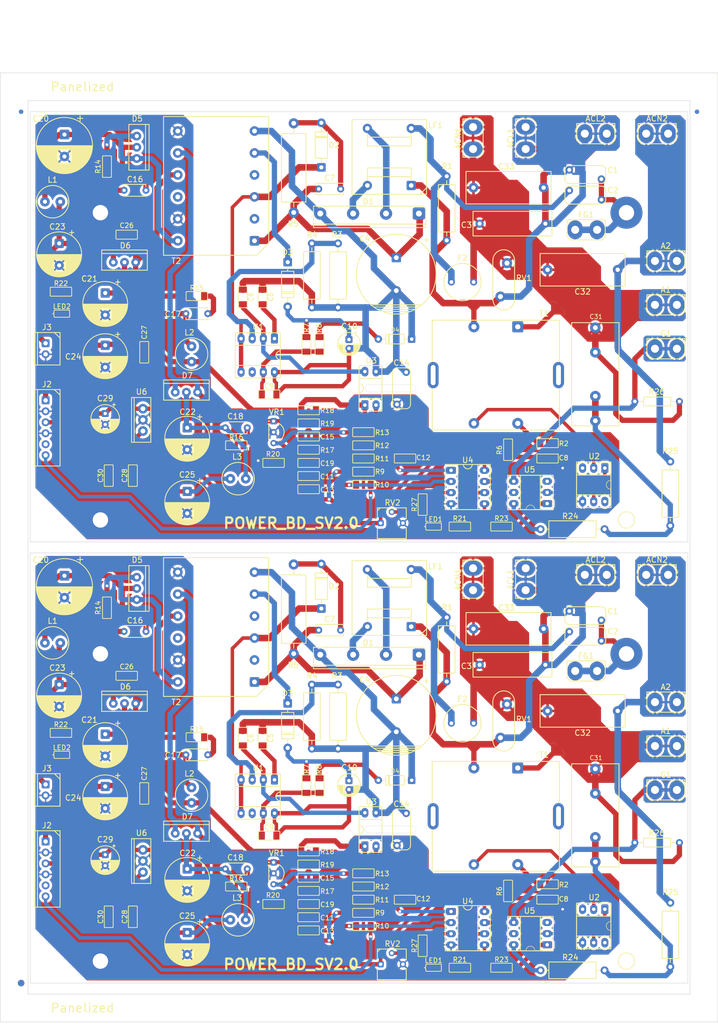
<source format=kicad_pcb>
(kicad_pcb (version 20241229) (generator "pcbnew") (generator_version "9.0")
  (layers (0 "F.Cu" signal) (2 "B.Cu" signal) (13 "F.Paste" user) (15 "B.Paste" user) (5 "F.SilkS" user "F.Silkscreen") (7 "B.SilkS" user "B.Silkscreen") (1 "F.Mask" user) (3 "B.Mask" user) (25 "Edge.Cuts" user))
  (net 0 "")
  (net 1 "/N01")
  (net 2 "Net-(A2-Pin_1)")
  (net 3 "/L01")
  (net 4 "GNDPWR")
  (net 5 "Net-(C2-Pad2)")
  (net 6 "Earth")
  (net 7 "Net-(D1-+)")
  (net 8 "Net-(U1-BA)")
  (net 9 "Net-(U1-FB)")
  (net 10 "Net-(D2-K)")
  (net 11 "/ZVC")
  (net 12 "GND")
  (net 13 "Net-(U1-VCC)")
  (net 14 "Net-(D3-K)")
  (net 15 "/PWM_PW")
  (net 16 "Net-(U4-(PCINT5{slash}RESET*{slash}ADC0{slash}dW)_PB5)")
  (net 17 "Net-(U4-(PCINT3{slash}XTAL1{slash}CLKI{slash}OC1B*{slash}ADC3)_PB3)")
  (net 18 "Net-(C15-Pad2)")
  (net 19 "Net-(C15-Pad1)")
  (net 20 "Net-(C16-Pad1)")
  (net 21 "Net-(D5-K)")
  (net 22 "Net-(D6-K)")
  (net 23 "Net-(C17-Pad1)")
  (net 24 "Net-(D7-K)")
  (net 25 "Net-(C18-Pad1)")
  (net 26 "Net-(C19-Pad2)")
  (net 27 "+24V")
  (net 28 "+12V")
  (net 29 "+8V")
  (net 30 "+5V")
  (net 31 "Net-(C31-Pad1)")
  (net 32 "Net-(D1-Pad3)")
  (net 33 "Net-(D1-Pad2)")
  (net 34 "Net-(D2-A)")
  (net 35 "Net-(D3-A)")
  (net 36 "Net-(D4-K)")
  (net 37 "Net-(G1-Pin_1)")
  (net 39 "Net-(LED1-A)")
  (net 40 "Net-(LED2-A)")
  (net 41 "Net-(T1-SB)")
  (net 42 "Net-(R2-Pad2)")
  (net 43 "Net-(U1-CS)")
  (net 44 "Net-(R12-Pad1)")
  (net 45 "Net-(R18-Pad1)")
  (net 46 "Net-(U4-PB0_(MOSI{slash}DI{slash}SDA{slash}AIN0{slash}OC0A{slash}OC1A{slash}AREF{slash}PCINT0))")
  (net 47 "Net-(R23-Pad2)")
  (net 48 "Net-(R24-Pad1)")
  (net 51 "Net-(T1-SA)")
  (net 54 "Net-(U4-PB1_(MISO{slash}DO{slash}AIN1{slash}OC0B{slash}OC1A*{slash}PCINT1))")
  (net 55 "Net-(R27-Pad1)")
  (net 59 "Net-(T2-N3)")
  (net 60 "Net-(T2-N2)")
  (net 61 "Net-(T2-N1)")
  (net 65 "Net-(U4-(PCINT4{slash}XTAL2{slash}CLKO{slash}OC1B{slash}ADC2)_PB4)")
  (footprint "01_MyFoot_ICs:DIP-4_W7.62mm_Socket" (layer "F.Cu") (at 77.6 -34.985 90)
    (property "Reference" "U3")
    (property "Value" "PC817" (hide yes))
  )
  (footprint "01_MyFoot_ICs:DIP-4_W7.62mm_Socket" (layer "F.Cu") (at 77.6 -135.485 90)
    (property "Reference" "U3")
    (property "Value" "PC817" (hide yes))
  )
  (footprint "04_MyFoot_Passive:104K_275V" (layer "F.Cu") (at 110 -72.5)
    (property "Reference" "C3")
    (property "Value" "MP104K/275V" (hide yes))
  )
  (footprint "04_MyFoot_Passive:104K_275V" (layer "F.Cu") (at 110 -173)
    (property "Reference" "C3")
    (property "Value" "MP104K/275V" (hide yes))
  )
  (footprint "04_MyFoot_Passive:R_3216Metric" (layer "F.Cu") (at 118 -22.5)
    (property "Reference" "R2")
    (property "Value" "1.2K")
  )
  (footprint "04_MyFoot_Passive:R_3216Metric" (layer "F.Cu") (at 118 -123)
    (property "Reference" "R2")
    (property "Value" "1.2K")
  )
  (footprint "04_MyFoot_Passive:L_Radial_D7.5mm_P3.50mm" (layer "F.Cu") (at 47.4 -14.4 180)
    (property "Reference" "L3")
    (property "Value" "10uH/4.2A")
  )
  (footprint "04_MyFoot_Passive:L_Radial_D7.5mm_P3.50mm" (layer "F.Cu") (at 47.4 -114.9 180)
    (property "Reference" "L3")
    (property "Value" "10uH/4.2A")
  )
  (footprint "04_MyFoot_Passive:R_3216Metric" (layer "F.Cu") (at 107.5 -3.5)
    (property "Reference" "R23")
    (property "Value" "220R")
  )
  (footprint "04_MyFoot_Passive:R_3216Metric" (layer "F.Cu") (at 107.5 -104)
    (property "Reference" "R23")
    (property "Value" "220R")
  )
  (footprint "04_MyFoot_Passive:C_Disc_D4.7mm_P5.00mm" (layer "F.Cu") (at 47 -26 180)
    (property "Reference" "C18")
    (property "Value" "CC471/1kV" (hide yes))
  )
  (footprint "04_MyFoot_Passive:C_Disc_D4.7mm_P5.00mm" (layer "F.Cu") (at 47 -126.5 180)
    (property "Reference" "C18")
    (property "Value" "CC471/1kV" (hide yes))
  )
  (footprint "04_MyFoot_Passive:SPARK_KILLER" (layer "F.Cu") (at 109.1 -80.7 180)
    (property "Reference" "C33")
    (property "Value" "CR1201" (hide yes))
  )
  (footprint "04_MyFoot_Passive:SPARK_KILLER" (layer "F.Cu") (at 109.1 -181.2 180)
    (property "Reference" "C33")
    (property "Value" "CR1201" (hide yes))
  )
  (footprint "01_MyFoot_ICs:TO220_P2.54mm" (layer "F.Cu") (at 25.7 -27.8 90)
    (property "Reference" "U6")
    (property "Value" "LM7805_TO220" (hide yes))
  )
  (footprint "01_MyFoot_ICs:TO220_P2.54mm" (layer "F.Cu") (at 25.7 -128.3 90)
    (property "Reference" "U6")
    (property "Value" "LM7805_TO220" (hide yes))
  )
  (footprint "04_MyFoot_Passive:C_3216Metric" (layer "F.Cu") (at 63.5 -12)
    (property "Reference" "C13")
    (property "Value" "MLCC335")
  )
  (footprint "04_MyFoot_Passive:C_3216Metric" (layer "F.Cu") (at 63.5 -112.5)
    (property "Reference" "C13")
    (property "Value" "MLCC335")
  )
  (footprint "04_MyFoot_Passive:CP_Radial_D10.0mm_P5.00mm" (layer "F.Cu") (at 17.1 -54.2 -90)
    (property "Reference" "C21")
    (property "Value" "EC1000uF/25V" (hide yes))
  )
  (footprint "04_MyFoot_Passive:CP_Radial_D10.0mm_P5.00mm" (layer "F.Cu") (at 17.1 -154.7 -90)
    (property "Reference" "C21")
    (property "Value" "EC1000uF/25V" (hide yes))
  )
  (footprint "03_MyFoot_Active:TO220AB_P2.55mm" (layer "F.Cu") (at 21.5 -63.7)
    (property "Reference" "D6")
    (property "Value" "MUR1640FCT" (hide yes))
  )
  (footprint "03_MyFoot_Active:TO220AB_P2.55mm" (layer "F.Cu") (at 21.5 -164.2)
    (property "Reference" "D6")
    (property "Value" "MUR1640FCT" (hide yes))
  )
  (footprint "04_MyFoot_Passive:C_3216Metric" (layer "F.Cu") (at 48.5 -55.8 -90)
    (property "Reference" "C6")
    (property "Value" "MLCC102")
  )
  (footprint "04_MyFoot_Passive:C_3216Metric" (layer "F.Cu") (at 48.5 -156.3 -90)
    (property "Reference" "C6")
    (property "Value" "MLCC102")
  )
  (footprint "03_MyFoot_Active:GBJ406" (layer "F.Cu") (at 77.4 -74.8 180)
    (property "Reference" "D1")
    (property "Value" "GBJ406" (hide yes))
  )
  (footprint "03_MyFoot_Active:GBJ406" (layer "F.Cu") (at 77.4 -175.3 180)
    (property "Reference" "D1")
    (property "Value" "GBJ406" (hide yes))
  )
  (footprint "02_MyFoot_Connectors:SMW250_06P" (layer "F.Cu") (at 3.5 -26 -90)
    (property "Reference" "J2")
    (property "Value" "SMW250-06P" (hide yes))
  )
  (footprint "02_MyFoot_Connectors:SMW250_06P" (layer "F.Cu") (at 3.5 -126.5 -90)
    (property "Reference" "J2")
    (property "Value" "SMW250-06P" (hide yes))
  )
  (footprint "04_MyFoot_Passive:R_3216Metric" (layer "F.Cu") (at 55.5 -18)
    (property "Reference" "R20")
    (property "Value" "10K/F")
  )
  (footprint "04_MyFoot_Passive:R_3216Metric" (layer "F.Cu") (at 55.5 -118.5)
    (property "Reference" "R20")
    (property "Value" "10K/F")
  )
  (footprint "04_MyFoot_Passive:C_3216Metric" (layer "F.Cu") (at 63.5 -24)
    (property "Reference" "C15")
    (property "Value" "MLCC102")
  )
  (footprint "04_MyFoot_Passive:C_3216Metric" (layer "F.Cu") (at 63.5 -124.5)
    (property "Reference" "C15")
    (property "Value" "MLCC102")
  )
  (footprint "04_MyFoot_Passive:DS222M" (layer "F.Cu") (at 126.625 -79 180)
    (property "Reference" "C2")
    (property "Value" "DS222M/250VAC" (hide yes))
  )
  (footprint "04_MyFoot_Passive:DS222M" (layer "F.Cu") (at 126.625 -179.5 180)
    (property "Reference" "C2")
    (property "Value" "DS222M/250VAC" (hide yes))
  )
  (footprint "04_MyFoot_Passive:R_Axial_1W_P14.6mm" (layer "F.Cu") (at 64.2375 -60.7 90)
    (property "Reference" "R4")
    (property "Value" "1.1R/1W/F" (hide yes))
  )
  (footprint "04_MyFoot_Passive:R_Axial_1W_P14.6mm" (layer "F.Cu") (at 64.2375 -161.2 90)
    (property "Reference" "R4")
    (property "Value" "1.1R/1W/F" (hide yes))
  )
  (footprint "04_MyFoot_Passive:CP_Radial_D5.0mm_P2.00mm" (layer "F.Cu") (at 72.7 -45.1 -90)
    (property "Reference" "C10")
    (property "Value" "EC47uF/35V" (hide yes))
  )
  (footprint "04_MyFoot_Passive:CP_Radial_D5.0mm_P2.00mm" (layer "F.Cu") (at 72.7 -145.6 -90)
    (property "Reference" "C10")
    (property "Value" "EC47uF/35V" (hide yes))
  )
  (footprint "02_MyFoot_Connectors:TAP_250" (layer "F.Cu") (at 129 -93)
    (property "Reference" "ACL2")
    (property "Value" "TAP_250" (hide yes))
  )
  (footprint "02_MyFoot_Connectors:TAP_250" (layer "F.Cu") (at 129 -193.5)
    (property "Reference" "ACL2")
    (property "Value" "TAP_250" (hide yes))
  )
  (footprint "04_MyFoot_Passive:R_3216Metric" (layer "F.Cu") (at 98 -3.5 180)
    (property "Reference" "R21")
    (property "Value" "1.2K")
  )
  (footprint "04_MyFoot_Passive:R_3216Metric" (layer "F.Cu") (at 98 -104 180)
    (property "Reference" "R21")
    (property "Value" "1.2K")
  )
  (footprint "03_MyFoot_Active:ZENER_0_5W_P7.62mm_Hori" (layer "F.Cu") (at 83.2 -46.2)
    (property "Reference" "D4")
    (property "Value" "1N5251" (hide yes))
  )
  (footprint "03_MyFoot_Active:ZENER_0_5W_P7.62mm_Hori" (layer "F.Cu") (at 83.2 -146.7)
    (property "Reference" "D4")
    (property "Value" "1N5251" (hide yes))
  )
  (footprint "04_MyFoot_Passive:C_Disc_D6.0mm_P5.00mm" (layer "F.Cu") (at 68.3 -80.4)
    (property "Reference" "C7")
    (property "Value" "CC472/1kV" (hide yes))
  )
  (footprint "04_MyFoot_Passive:C_Disc_D6.0mm_P5.00mm" (layer "F.Cu") (at 68.3 -180.9)
    (property "Reference" "C7")
    (property "Value" "CC472/1kV" (hide yes))
  )
  (footprint "04_MyFoot_Passive:C_Disc_D4.7mm_P5.00mm" (layer "F.Cu") (at 23.9 -80.1)
    (property "Reference" "C16")
    (property "Value" "CC471/1kV" (hide yes))
  )
  (footprint "04_MyFoot_Passive:C_Disc_D4.7mm_P5.00mm" (layer "F.Cu") (at 23.9 -180.6)
    (property "Reference" "C16")
    (property "Value" "CC471/1kV" (hide yes))
  )
  (footprint "04_MyFoot_Passive:EER28_35_12P" (layer "F.Cu") (at 42.4 -81.1 90)
    (property "Reference" "T2")
    (property "Value" "EER28" (hide yes))
  )
  (footprint "04_MyFoot_Passive:EER28_35_12P" (layer "F.Cu") (at 42.4 -181.6 90)
    (property "Reference" "T2")
    (property "Value" "EER28" (hide yes))
  )
  (footprint "04_MyFoot_Passive:R_3216Metric" (layer "F.Cu") (at 76 -13 180)
    (property "Reference" "R10")
    (property "Value" "4.7K")
  )
  (footprint "04_MyFoot_Passive:R_3216Metric" (layer "F.Cu") (at 76 -113.5 180)
    (property "Reference" "R10")
    (property "Value" "4.7K")
  )
  (footprint "04_MyFoot_Passive:TRIM_3362P" (layer "F.Cu") (at 82.47 -4.285)
    (property "Reference" "RV2")
    (property "Value" "3362P103")
  )
  (footprint "04_MyFoot_Passive:TRIM_3362P" (layer "F.Cu") (at 82.47 -104.785)
    (property "Reference" "RV2")
    (property "Value" "3362P103")
  )
  (footprint "04_MyFoot_Passive:R_3216Metric" (layer "F.Cu") (at 7 -57 180)
    (property "Reference" "R22")
    (property "Value" "2.2K")
  )
  (footprint "04_MyFoot_Passive:R_3216Metric" (layer "F.Cu") (at 7 -157.5 180)
    (property "Reference" "R22")
    (property "Value" "2.2K")
  )
  (footprint "04_MyFoot_Passive:R_3216Metric" (layer "F.Cu") (at 76 -19 180)
    (property "Reference" "R11")
    (property "Value" "10K")
  )
  (footprint "04_MyFoot_Passive:R_3216Metric" (layer "F.Cu") (at 76 -119.5 180)
    (property "Reference" "R11")
    (property "Value" "10K")
  )
  (footprint "04_MyFoot_Passive:R_Axial_1W_P14.6mm" (layer "F.Cu") (at 146 -11 -90)
    (property "Reference" "R25")
    (property "Value" "2K/1W" (hide yes))
  )
  (footprint "04_MyFoot_Passive:R_Axial_1W_P14.6mm" (layer "F.Cu") (at 146 -111.5 -90)
    (property "Reference" "R25")
    (property "Value" "2K/1W" (hide yes))
  )
  (footprint "04_MyFoot_Passive:SPARK_KILLER" (layer "F.Cu") (at 126 -62)
    (property "Reference" "C32")
    (property "Value" "CR1201" (hide yes))
  )
  (footprint "04_MyFoot_Passive:SPARK_KILLER" (layer "F.Cu") (at 126 -162.5)
    (property "Reference" "C32")
    (property "Value" "CR1201" (hide yes))
  )
  (footprint "04_MyFoot_Passive:L_Radial_D7.5mm_P3.50mm" (layer "F.Cu") (at 36.8 -42.8 -90)
    (property "Reference" "L2")
    (property "Value" "10uH/4.2A")
  )
  (footprint "04_MyFoot_Passive:L_Radial_D7.5mm_P3.50mm" (layer "F.Cu") (at 36.8 -143.3 -90)
    (property "Reference" "L2")
    (property "Value" "10uH/4.2A")
  )
  (footprint "04_MyFoot_Passive:L_Radial_D7.5mm_P3.50mm" (layer "F.Cu") (at 5.1 -77.5)
    (property "Reference" "L1")
    (property "Value" "10uH/4.2A")
  )
  (footprint "04_MyFoot_Passive:L_Radial_D7.5mm_P3.50mm" (layer "F.Cu") (at 5.1 -178)
    (property "Reference" "L1")
    (property "Value" "10uH/4.2A")
  )
  (footprint "04_MyFoot_Passive:C_3216Metric" (layer "F.Cu") (at 54.49 -33.59 180)
    (property "Reference" "C9")
    (property "Value" "MLCC104")
  )
  (footprint "04_MyFoot_Passive:C_3216Metric" (layer "F.Cu") (at 54.49 -134.09 180)
    (property "Reference" "C9")
    (property "Value" "MLCC104")
  )
  (footprint "04_MyFoot_Passive:R_Axial_1W_P14.6mm" (layer "F.Cu") (at 70.2 -60.7 90)
    (property "Reference" "R3")
    (property "Value" "1.1R/1W/F" (hide yes))
  )
  (footprint "04_MyFoot_Passive:R_Axial_1W_P14.6mm" (layer "F.Cu") (at 70.2 -161.2 90)
    (property "Reference" "R3")
    (property "Value" "1.1R/1W/F" (hide yes))
  )
  (footprint "04_MyFoot_Passive:R_3216Metric" (layer "F.Cu") (at 38 -56)
    (property "Reference" "R15")
    (property "Value" "10R")
  )
  (footprint "04_MyFoot_Passive:R_3216Metric" (layer "F.Cu") (at 38 -156.5)
    (property "Reference" "R15")
    (property "Value" "10R")
  )
  (footprint "03_MyFoot_Active:LED_2012Metric" (layer "F.Cu") (at 92 -3.5)
    (property "Reference" "LED1")
    (property "Value" "LED_SMD")
  )
  (footprint "03_MyFoot_Active:LED_2012Metric" (layer "F.Cu") (at 92 -104)
    (property "Reference" "LED1")
    (property "Value" "LED_SMD")
  )
  (footprint "04_MyFoot_Passive:C_3216Metric" (layer "F.Cu") (at 23.4 -15.1 90)
    (property "Reference" "C28")
    (property "Value" "MLCC104")
  )
  (footprint "04_MyFoot_Passive:C_3216Metric" (layer "F.Cu") (at 23.4 -115.6 90)
    (property "Reference" "C28")
    (property "Value" "MLCC104")
  )
  (footprint "04_MyFoot_Passive:CP_Radial_D10.0mm_P5.00mm" (layer "F.Cu") (at 17.1 -42.3 -90)
    (property "Reference" "C24")
    (property "Value" "EC470uF/25V" (hide yes))
  )
  (footprint "04_MyFoot_Passive:CP_Radial_D10.0mm_P5.00mm" (layer "F.Cu") (at 17.1 -142.8 -90)
    (property "Reference" "C24")
    (property "Value" "EC470uF/25V" (hide yes))
  )
  (footprint "04_MyFoot_Passive:R_3216Metric" (layer "F.Cu") (at 63.5 -27)
    (property "Reference" "R19")
    (property "Value" "40K/F")
  )
  (footprint "04_MyFoot_Passive:R_3216Metric" (layer "F.Cu") (at 63.5 -127.5)
    (property "Reference" "R19")
    (property "Value" "40K/F")
  )
  (footprint "01_MyFoot_ICs:TO92_P2.5mm" (layer "F.Cu") (at 55.5 -25 -90)
    (property "Reference" "VR1")
    (property "Value" "TL431A" (hide yes))
  )
  (footprint "01_MyFoot_ICs:TO92_P2.5mm" (layer "F.Cu") (at 55.5 -125.5 -90)
    (property "Reference" "VR1")
    (property "Value" "TL431A" (hide yes))
  )
  (footprint "Fiducial_1mm_Mask3mm" (layer "F.Cu") (at 152.0875 -198.5)
    (property "Reference" "")
    (property "Value" "")
  )
  (footprint "06_MyFoot_Mechanical:MTHole_3.5mm" (layer "F.Cu") (at 136 -5)
    (property "Reference" "H4" (hide yes))
    (property "Value" "MountingHole" (hide yes))
  )
  (footprint "06_MyFoot_Mechanical:MTHole_3.5mm" (layer "F.Cu") (at 136 -105.5)
    (property "Reference" "H4" (hide yes))
    (property "Value" "MountingHole" (hide yes))
  )
  (footprint "04_MyFoot_Passive:C_3216Metric" (layer "F.Cu") (at 17.9 -15.1 90)
    (property "Reference" "C30")
    (property "Value" "MLCC104")
  )
  (footprint "04_MyFoot_Passive:C_3216Metric" (layer "F.Cu") (at 17.9 -115.6 90)
    (property "Reference" "C30")
    (property "Value" "MLCC104")
  )
  (footprint "04_MyFoot_Passive:82uF_400V" (layer "F.Cu") (at 83.5 -61 -90)
    (property "Reference" "C4")
    (property "Value" "EC82uF/400V" (hide yes))
  )
  (footprint "04_MyFoot_Passive:82uF_400V" (layer "F.Cu") (at 83.5 -161.5 -90)
    (property "Reference" "C4")
    (property "Value" "EC82uF/400V" (hide yes))
  )
  (footprint "04_MyFoot_Passive:R_3216Metric" (layer "F.Cu") (at 76 -22 180)
    (property "Reference" "R12")
    (property "Value" "820R")
  )
  (footprint "04_MyFoot_Passive:R_3216Metric" (layer "F.Cu") (at 76 -122.5 180)
    (property "Reference" "R12")
    (property "Value" "820R")
  )
  (footprint "04_MyFoot_Passive:C_3216Metric" (layer "F.Cu") (at 22 -70 180)
    (property "Reference" "C26")
    (property "Value" "MLCC104")
  )
  (footprint "04_MyFoot_Passive:C_3216Metric" (layer "F.Cu") (at 22 -170.5 180)
    (property "Reference" "C26")
    (property "Value" "MLCC104")
  )
  (footprint "04_MyFoot_Passive:R_3216Metric" (layer "F.Cu") (at 63 -45 -90)
    (property "Reference" "R7")
    (property "Value" "4.7R")
  )
  (footprint "04_MyFoot_Passive:R_3216Metric" (layer "F.Cu") (at 63 -145.5 -90)
    (property "Reference" "R7")
    (property "Value" "4.7R")
  )
  (footprint "04_MyFoot_Passive:R_3216Metric" (layer "F.Cu") (at 63.5 -21)
    (property "Reference" "R17")
    (property "Value" "68K")
  )
  (footprint "04_MyFoot_Passive:R_3216Metric" (layer "F.Cu") (at 63.5 -121.5)
    (property "Reference" "R17")
    (property "Value" "68K")
  )
  (footprint "03_MyFoot_Active:TO220AB_P2.55mm" (layer "F.Cu") (at 24.3 -89.9 -90)
    (property "Reference" "D5")
    (property "Value" "MUR1640FCT" (hide yes))
  )
  (footprint "03_MyFoot_Active:TO220AB_P2.55mm" (layer "F.Cu") (at 24.3 -190.4 -90)
    (property "Reference" "D5")
    (property "Value" "MUR1640FCT" (hide yes))
  )
  (footprint "02_MyFoot_Connectors:TAP_250" (layer "F.Cu") (at 126.8 -71.1)
    (property "Reference" "FG1")
    (property "Value" "TAP_250" (hide yes))
  )
  (footprint "02_MyFoot_Connectors:TAP_250" (layer "F.Cu") (at 126.8 -171.6)
    (property "Reference" "FG1")
    (property "Value" "TAP_250" (hide yes))
  )
  (footprint "03_MyFoot_Active:TO220AB_P2.55mm" (layer "F.Cu") (at 35.625 -34.1)
    (property "Reference" "D7")
    (property "Value" "MUR1640FCT" (hide yes))
  )
  (footprint "03_MyFoot_Active:TO220AB_P2.55mm" (layer "F.Cu") (at 35.625 -134.6)
    (property "Reference" "D7")
    (property "Value" "MUR1640FCT" (hide yes))
  )
  (footprint "04_MyFoot_Passive:C_Disc_D4.7mm_P5.00mm" (layer "F.Cu") (at 38 -52 180)
    (property "Reference" "C17")
    (property "Value" "CC471/1kV" (hide yes))
  )
  (footprint "04_MyFoot_Passive:C_Disc_D4.7mm_P5.00mm" (layer "F.Cu") (at 38 -152.5 180)
    (property "Reference" "C17")
    (property "Value" "CC471/1kV" (hide yes))
  )
  (footprint "Fiducial_1mm_Mask3mm" (layer "F.Cu") (at -2.0875 -198.5)
    (property "Reference" "")
    (property "Value" "")
  )
  (footprint "06_MyFoot_Mechanical:MTHole_3.5mm_7.5mmPad_GND" (layer "F.Cu") (at 16 -75)
    (property "Reference" "H2" (hide yes))
    (property "Value" "GND" (hide yes))
  )
  (footprint "06_MyFoot_Mechanical:MTHole_3.5mm_7.5mmPad_GND" (layer "F.Cu") (at 16 -175.5)
    (property "Reference" "H2" (hide yes))
    (property "Value" "GND" (hide yes))
  )
  (footprint "02_MyFoot_Connectors:TAP_250" (layer "F.Cu") (at 101 -92 90)
    (property "Reference" "ACN1")
    (property "Value" "TAP_250" (hide yes))
  )
  (footprint "02_MyFoot_Connectors:TAP_250" (layer "F.Cu") (at 101 -192.5 90)
    (property "Reference" "ACN1")
    (property "Value" "TAP_250" (hide yes))
  )
  (footprint "04_MyFoot_Passive:R_3216Metric" (layer "F.Cu") (at 76 -25)
    (property "Reference" "R13")
    (property "Value" "1.2K/F")
  )
  (footprint "04_MyFoot_Passive:R_3216Metric" (layer "F.Cu") (at 76 -125.5)
    (property "Reference" "R13")
    (property "Value" "1.2K/F")
  )
  (footprint "04_MyFoot_Passive:CP_Radial_D6.3mm_P2.50mm" (layer "F.Cu") (at 17.1 -28 -90)
    (property "Reference" "C29")
    (property "Value" "EC220uF/25V" (hide yes))
  )
  (footprint "04_MyFoot_Passive:CP_Radial_D6.3mm_P2.50mm" (layer "F.Cu") (at 17.1 -128.5 -90)
    (property "Reference" "C29")
    (property "Value" "EC220uF/25V" (hide yes))
  )
  (footprint "04_MyFoot_Passive:R_3216Metric" (layer "F.Cu") (at 109 -21 90)
    (property "Reference" "R6")
    (property "Value" "10K")
  )
  (footprint "04_MyFoot_Passive:R_3216Metric" (layer "F.Cu") (at 109 -121.5 90)
    (property "Reference" "R6")
    (property "Value" "10K")
  )
  (footprint "06_MyFoot_Mechanical:MTHole_3.5mm_7.5mmPad_GND" (layer "F.Cu") (at 16 -5)
    (property "Reference" "H3" (hide yes))
    (property "Value" "GND" (hide yes))
  )
  (footprint "06_MyFoot_Mechanical:MTHole_3.5mm_7.5mmPad_GND" (layer "F.Cu") (at 16 -105.5)
    (property "Reference" "H3" (hide yes))
    (property "Value" "GND" (hide yes))
  )
  (footprint "04_MyFoot_Passive:R_3216Metric" (layer "F.Cu") (at 47 -22)
    (property "Reference" "R16")
    (property "Value" "10R")
  )
  (footprint "04_MyFoot_Passive:R_3216Metric" (layer "F.Cu") (at 47 -122.5)
    (property "Reference" "R16")
    (property "Value" "10R")
  )
  (footprint "04_MyFoot_Passive:LF1140" (layer "F.Cu") (at 81.9 -87.7 90)
    (property "Reference" "LF1")
    (property "Value" "LF1140_602" (hide yes))
  )
  (footprint "04_MyFoot_Passive:LF1140" (layer "F.Cu") (at 81.9 -188.2 90)
    (property "Reference" "LF1")
    (property "Value" "LF1140_602" (hide yes))
  )
  (footprint "06_MyFoot_Mechanical:MTHole_3.5mm_7.5mmPad_GND" (layer "F.Cu") (at 136 -75)
    (property "Reference" "H1" (hide yes))
    (property "Value" "F_GND" (hide yes))
  )
  (footprint "06_MyFoot_Mechanical:MTHole_3.5mm_7.5mmPad_GND" (layer "F.Cu") (at 136 -175.5)
    (property "Reference" "H1" (hide yes))
    (property "Value" "F_GND" (hide yes))
  )
  (footprint "04_MyFoot_Passive:R_3216Metric" (layer "F.Cu") (at 66 -45 90)
    (property "Reference" "R8")
    (property "Value" "4.7R")
  )
  (footprint "04_MyFoot_Passive:R_3216Metric" (layer "F.Cu") (at 66 -145.5 90)
    (property "Reference" "R8")
    (property "Value" "4.7R")
  )
  (footprint "04_MyFoot_Passive:C_3216Metric" (layer "F.Cu") (at 26 -43.2 90)
    (property "Reference" "C27")
    (property "Value" "MLCC104")
  )
  (footprint "04_MyFoot_Passive:C_3216Metric" (layer "F.Cu") (at 26 -143.7 90)
    (property "Reference" "C27")
    (property "Value" "MLCC104")
  )
  (footprint "04_MyFoot_Passive:TNR14D_P7.62" (layer "F.Cu") (at 108 -59.7 -90)
    (property "Reference" "RV1")
    (property "Value" "TNR14D471" (hide yes))
  )
  (footprint "04_MyFoot_Passive:TNR14D_P7.62" (layer "F.Cu") (at 108 -160.2 -90)
    (property "Reference" "RV1")
    (property "Value" "TNR14D471" (hide yes))
  )
  (footprint "03_MyFoot_Active:Diode_P10.16mm" (layer "F.Cu") (at 66.4 -90.4 -90)
    (property "Reference" "D2")
    (property "Value" "UF4007" (hide yes))
  )
  (footprint "03_MyFoot_Active:Diode_P10.16mm" (layer "F.Cu") (at 66.4 -190.9 -90)
    (property "Reference" "D2")
    (property "Value" "UF4007" (hide yes))
  )
  (footprint "04_MyFoot_Passive:DS222M" (layer "F.Cu") (at 126.615 -83.7)
    (property "Reference" "C1")
    (property "Value" "DS222M/250VAC" (hide yes))
  )
  (footprint "04_MyFoot_Passive:DS222M" (layer "F.Cu") (at 126.615 -184.2)
    (property "Reference" "C1")
    (property "Value" "DS222M/250VAC" (hide yes))
  )
  (footprint "04_MyFoot_Passive:EI2811BP" (layer "F.Cu") (at 106.2 -38 180)
    (property "Reference" "T1")
    (property "Value" "EI2811BP" (hide yes))
  )
  (footprint "04_MyFoot_Passive:EI2811BP" (layer "F.Cu") (at 106.2 -138.5 180)
    (property "Reference" "T1")
    (property "Value" "EI2811BP" (hide yes))
  )
  (footprint "04_MyFoot_Passive:C_3216Metric" (layer "F.Cu") (at 118 -19 180)
    (property "Reference" "C8")
    (property "Value" "MLCC471")
  )
  (footprint "04_MyFoot_Passive:C_3216Metric" (layer "F.Cu") (at 118 -119.5 180)
    (property "Reference" "C8")
    (property "Value" "MLCC471")
  )
  (footprint "04_MyFoot_Passive:R_Axial_2W_P20.32mm" (layer "F.Cu") (at 60.1 -85.2 90)
    (property "Reference" "R5")
    (property "Value" "56K/2W" (hide yes))
  )
  (footprint "04_MyFoot_Passive:R_Axial_2W_P20.32mm" (layer "F.Cu") (at 60.1 -185.7 90)
    (property "Reference" "R5")
    (property "Value" "56K/2W" (hide yes))
  )
  (footprint "02_MyFoot_Connectors:TAP_250" (layer "F.Cu") (at 113 -92 90)
    (property "Reference" "ACL1")
    (property "Value" "TAP_250" (hide yes))
  )
  (footprint "02_MyFoot_Connectors:TAP_250" (layer "F.Cu") (at 113 -192.5 90)
    (property "Reference" "ACL1")
    (property "Value" "TAP_250" (hide yes))
  )
  (footprint "02_MyFoot_Connectors:TAP_250" (layer "F.Cu") (at 145 -54)
    (property "Reference" "A1")
    (property "Value" "TAP_250" (hide yes))
  )
  (footprint "02_MyFoot_Connectors:TAP_250" (layer "F.Cu") (at 145 -154.5)
    (property "Reference" "A1")
    (property "Value" "TAP_250" (hide yes))
  )
  (footprint "01_MyFoot_ICs:DIP-6_W7.62mm" (layer "F.Cu") (at 128.53 -13.01 -90)
    (property "Reference" "U2")
    (property "Value" "H11AA1" (hide yes))
  )
  (footprint "01_MyFoot_ICs:DIP-6_W7.62mm" (layer "F.Cu") (at 128.53 -113.51 -90)
    (property "Reference" "U2")
    (property "Value" "H11AA1" (hide yes))
  )
  (footprint "04_MyFoot_Passive:R_3216Metric" (layer "F.Cu") (at 76 -16 180)
    (property "Reference" "R9")
    (property "Value" "1K")
  )
  (footprint "04_MyFoot_Passive:R_3216Metric" (layer "F.Cu") (at 76 -116.5 180)
    (property "Reference" "R9")
    (property "Value" "1K")
  )
  (footprint "02_MyFoot_Connectors:TAP_250" (layer "F.Cu") (at 145 -44)
    (property "Reference" "G1")
    (property "Value" "TAP_250" (hide yes))
  )
  (footprint "02_MyFoot_Connectors:TAP_250" (layer "F.Cu") (at 145 -144.5)
    (property "Reference" "G1")
    (property "Value" "TAP_250" (hide yes))
  )
  (footprint "04_MyFoot_Passive:R_Axial_1W_P14.6mm" (layer "F.Cu") (at 123.7 -2.9)
    (property "Reference" "R24")
    (property "Value" "220R/1W" (hide yes))
  )
  (footprint "04_MyFoot_Passive:R_Axial_1W_P14.6mm" (layer "F.Cu") (at 123.7 -103.4)
    (property "Reference" "R24")
    (property "Value" "220R/1W" (hide yes))
  )
  (footprint "02_MyFoot_Connectors:TAP_250" (layer "F.Cu") (at 145 -64)
    (property "Reference" "A2")
    (property "Value" "TAP_250" (hide yes))
  )
  (footprint "02_MyFoot_Connectors:TAP_250" (layer "F.Cu") (at 145 -164.5)
    (property "Reference" "A2")
    (property "Value" "TAP_250" (hide yes))
  )
  (footprint "05_MyFoot_Others:SR525ABK" (layer "F.Cu") (at 98.6 -59.2 180)
    (property "Reference" "F2")
    (property "Value" "SR5/2.5A" (hide yes))
  )
  (footprint "05_MyFoot_Others:SR525ABK" (layer "F.Cu") (at 98.6 -159.7 180)
    (property "Reference" "F2")
    (property "Value" "SR5/2.5A" (hide yes))
  )
  (footprint "03_MyFoot_Active:LED_2012Metric" (layer "F.Cu") (at 7.2 -52)
    (property "Reference" "LED2")
    (property "Value" "LED_SMD")
  )
  (footprint "03_MyFoot_Active:LED_2012Metric" (layer "F.Cu") (at 7.2 -152.5)
    (property "Reference" "LED2")
    (property "Value" "LED_SMD")
  )
  (footprint "04_MyFoot_Passive:R_3216Metric" (layer "F.Cu") (at 17.5 -85.5 -90)
    (property "Reference" "R14")
    (property "Value" "10R")
  )
  (footprint "04_MyFoot_Passive:R_3216Metric" (layer "F.Cu") (at 17.5 -186 -90)
    (property "Reference" "R14")
    (property "Value" "10R")
  )
  (footprint "04_MyFoot_Passive:CP_Radial_D10.0mm_P5.00mm" (layer "F.Cu") (at 6.6 -65.5 -90)
    (property "Reference" "C23")
    (property "Value" "EC470uF/35V" (hide yes))
  )
  (footprint "04_MyFoot_Passive:CP_Radial_D10.0mm_P5.00mm" (layer "F.Cu") (at 6.6 -166 -90)
    (property "Reference" "C23")
    (property "Value" "EC470uF/35V" (hide yes))
  )
  (footprint "04_MyFoot_Passive:CP_Radial_D12.5mm_P5.00mm" (layer "F.Cu") (at 7.8 -90.3 -90)
    (property "Reference" "C20")
    (property "Value" "EC1000uF/35V" (hide yes))
  )
  (footprint "04_MyFoot_Passive:CP_Radial_D12.5mm_P5.00mm" (layer "F.Cu") (at 7.8 -190.8 -90)
    (property "Reference" "C20")
    (property "Value" "EC1000uF/35V" (hide yes))
  )
  (footprint "04_MyFoot_Passive:R_Axial_1W_P14.6mm" (layer "F.Cu") (at 95 -76 90)
    (property "Reference" "R1")
    (property "Value" "560K/1W" (hide yes))
  )
  (footprint "04_MyFoot_Passive:R_Axial_1W_P14.6mm" (layer "F.Cu") (at 95 -176.5 90)
    (property "Reference" "R1")
    (property "Value" "560K/1W" (hide yes))
  )
  (footprint "03_MyFoot_Active:Diode_P10.16mm" (layer "F.Cu") (at 58.725 -58.65 90)
    (property "Reference" "D3")
    (property "Value" "UF4007" (hide yes))
  )
  (footprint "03_MyFoot_Active:Diode_P10.16mm" (layer "F.Cu") (at 58.725 -159.15 90)
    (property "Reference" "D3")
    (property "Value" "UF4007" (hide yes))
  )
  (footprint "04_MyFoot_Passive:C_PP_P10.0mm_P21.2mm" (layer "F.Cu") (at 128.9 -38.2 90)
    (property "Reference" "C31")
    (property "Value" "MPP104/600V" (hide yes))
  )
  (footprint "04_MyFoot_Passive:C_PP_P10.0mm_P21.2mm" (layer "F.Cu") (at 128.9 -138.7 90)
    (property "Reference" "C31")
    (property "Value" "MPP104/600V" (hide yes))
  )
  (footprint "04_MyFoot_Passive:CP_Radial_D10.0mm_P5.00mm" (layer "F.Cu") (at 35.8 -9 -90)
    (property "Reference" "C25")
    (property "Value" "EC470uF/25V" (hide yes))
  )
  (footprint "04_MyFoot_Passive:CP_Radial_D10.0mm_P5.00mm" (layer "F.Cu") (at 35.8 -109.5 -90)
    (property "Reference" "C25")
    (property "Value" "EC470uF/25V" (hide yes))
  )
  (footprint "01_MyFoot_ICs:DIP-8_W7.62mm_Socket" (layer "F.Cu") (at 99.8 -12.5)
    (property "Reference" "U4")
    (property "Value" "ATTINY85-20PU_1" (hide yes))
  )
  (footprint "01_MyFoot_ICs:DIP-8_W7.62mm_Socket" (layer "F.Cu") (at 99.8 -113)
    (property "Reference" "U4")
    (property "Value" "ATTINY85-20PU_1" (hide yes))
  )
  (footprint "01_MyFoot_ICs:DIP-6_W7.62mm" (layer "F.Cu") (at 114.1 -11.264 180)
    (property "Reference" "U5")
    (property "Value" "MOC3021M" (hide yes))
  )
  (footprint "01_MyFoot_ICs:DIP-6_W7.62mm" (layer "F.Cu") (at 114.1 -111.764 180)
    (property "Reference" "U5")
    (property "Value" "MOC3021M" (hide yes))
  )
  (footprint "04_MyFoot_Passive:C_3216Metric" (layer "F.Cu") (at 63.5 -15)
    (property "Reference" "C11")
    (property "Value" "MLCC335")
  )
  (footprint "04_MyFoot_Passive:C_3216Metric" (layer "F.Cu") (at 63.5 -115.5)
    (property "Reference" "C11")
    (property "Value" "MLCC335")
  )
  (footprint "04_MyFoot_Passive:C_3216Metric" (layer "F.Cu") (at 53 -55.8 -90)
    (property "Reference" "C5")
    (property "Value" "MLCC104")
  )
  (footprint "04_MyFoot_Passive:C_3216Metric" (layer "F.Cu") (at 53 -156.3 -90)
    (property "Reference" "C5")
    (property "Value" "MLCC104")
  )
  (footprint "02_MyFoot_Connectors:SMW250_02P" (layer "F.Cu") (at 3.5 -44 -90)
    (property "Reference" "J3")
    (property "Value" "SMW250-02P" (hide yes))
  )
  (footprint "02_MyFoot_Connectors:SMW250_02P" (layer "F.Cu") (at 3.5 -144.5 -90)
    (property "Reference" "J3")
    (property "Value" "SMW250-02P" (hide yes))
  )
  (footprint "04_MyFoot_Passive:R_3216Metric" (layer "F.Cu") (at 63.5 -30 180)
    (property "Reference" "R18")
    (property "Value" "1K/F")
  )
  (footprint "04_MyFoot_Passive:R_3216Metric" (layer "F.Cu") (at 63.5 -130.5 180)
    (property "Reference" "R18")
    (property "Value" "1K/F")
  )
  (footprint "01_MyFoot_ICs:DIP-8_W7.62mm_Socket" (layer "F.Cu") (at 51.9 -42.5 -90)
    (property "Reference" "U1")
    (property "Value" "ICE3BR0665J" (hide yes))
  )
  (footprint "01_MyFoot_ICs:DIP-8_W7.62mm_Socket" (layer "F.Cu") (at 51.9 -143 -90)
    (property "Reference" "U1")
    (property "Value" "ICE3BR0665J" (hide yes))
  )
  (footprint "Fiducial_1.5mm_Mask3mm" (layer "F.Cu") (at -2.0875 0)
    (property "Reference" "")
    (property "Value" "")
  )
  (footprint "04_MyFoot_Passive:R_3216Metric" (layer "F.Cu") (at 89.5 -8.5 90)
    (property "Reference" "R27")
    (property "Value" "100R")
  )
  (footprint "04_MyFoot_Passive:R_3216Metric" (layer "F.Cu") (at 89.5 -109 90)
    (property "Reference" "R27")
    (property "Value" "100R")
  )
  (footprint "04_MyFoot_Passive:C_3216Metric" (layer "F.Cu") (at 85.5 -19 180)
    (property "Reference" "C12")
    (property "Value" "MLCC104")
  )
  (footprint "04_MyFoot_Passive:C_3216Metric" (layer "F.Cu") (at 85.5 -119.5 180)
    (property "Reference" "C12")
    (property "Value" "MLCC104")
  )
  (footprint "04_MyFoot_Passive:R_Axial_0.25W_P10.16mm" (layer "F.Cu") (at 143 -32)
    (property "Reference" "R26")
    (property "Value" "100K/NOT" (hide yes))
  )
  (footprint "04_MyFoot_Passive:R_Axial_0.25W_P10.16mm" (layer "F.Cu") (at 143 -132.5)
    (property "Reference" "R26")
    (property "Value" "100K/NOT" (hide yes))
  )
  (footprint "02_MyFoot_Connectors:TAP_250" (layer "F.Cu") (at 143 -93)
    (property "Reference" "ACN2")
    (property "Value" "TAP_250" (hide yes))
  )
  (footprint "02_MyFoot_Connectors:TAP_250" (layer "F.Cu") (at 143 -193.5)
    (property "Reference" "ACN2")
    (property "Value" "TAP_250" (hide yes))
  )
  (footprint "04_MyFoot_Passive:CP_Radial_D10.0mm_P5.00mm" (layer "F.Cu") (at 35.8 -23.5 -90)
    (property "Reference" "C22")
    (property "Value" "EC1000uF/25V" (hide yes))
  )
  (footprint "04_MyFoot_Passive:CP_Radial_D10.0mm_P5.00mm" (layer "F.Cu") (at 35.8 -124 -90)
    (property "Reference" "C22")
    (property "Value" "EC1000uF/25V" (hide yes))
  )
  (footprint "04_MyFoot_Passive:C_3216Metric" (layer "F.Cu") (at 63.5 -18 180)
    (property "Reference" "C19")
    (property "Value" "MLCC224")
  )
  (footprint "04_MyFoot_Passive:C_3216Metric" (layer "F.Cu") (at 63.5 -118.5 180)
    (property "Reference" "C19")
    (property "Value" "MLCC224")
  )
  (footprint "04_MyFoot_Passive:DS222M" (layer "F.Cu") (at 84.7 -35 -90)
    (property "Reference" "C14")
    (property "Value" "DS222M/250VAC" (hide yes))
  )
  (footprint "04_MyFoot_Passive:DS222M" (layer "F.Cu") (at 84.7 -135.5 -90)
    (property "Reference" "C14")
    (property "Value" "DS222M/250VAC" (hide yes))
  )
  (footprint "Fiducial_1mm_Mask3mm" (layer "B.Cu") (at -2.0875 -198.5 180)
    (property "Reference" "")
    (property "Value" "")
  )
  (footprint "Fiducial_1.5mm_Mask3mm" (layer "B.Cu") (at -2.0875 0 180)
    (property "Reference" "")
    (property "Value" "")
  )
  (footprint "Fiducial_1mm_Mask3mm" (layer "B.Cu") (at 152.0875 -198.5 180)
    (property "Reference" "")
    (property "Value" "")
  )
  (gr_line (start -0.5 2.5) (end -0.5 -201) (stroke (width 0.1)) (layer "Edge.Cuts"))
  (gr_rect (start 0 -198.5) (end 150 -100.5) (stroke (width 0.1)) (fill no) (layer "Edge.Cuts"))
  (gr_line (start 77.2 -34.2) (end 87.2 -34.2) (stroke (width 0.05)) (layer "Edge.Cuts"))
  (gr_line (start 156.85 -207.35) (end 156.85 8.85) (stroke (width 0.1)) (layer "Edge.Cuts"))
  (gr_line (start -0.5 -201) (end 150.5 -201) (stroke (width 0.1)) (layer "Edge.Cuts"))
  (gr_line (start 87.2 -35.8) (end 77.2 -35.8) (stroke (width 0.05)) (layer "Edge.Cuts"))
  (gr_line (start -6.85 8.85) (end -6.85 -207.35) (stroke (width 0.1)) (layer "Edge.Cuts"))
  (gr_line (start 77.2 -134.7) (end 87.2 -134.7) (stroke (width 0.05)) (layer "Edge.Cuts"))
  (gr_arc (start 77.2 -34.2) (mid 76.4 -35) (end 77.2 -35.8) (stroke (width 0.05)) (layer "Edge.Cuts"))
  (gr_line (start -6.85 -207.35) (end 156.85 -207.35) (stroke (width 0.1)) (layer "Edge.Cuts"))
  (gr_line (start 150.5 2.5) (end -0.5 2.5) (stroke (width 0.1)) (layer "Edge.Cuts"))
  (gr_rect (start 0 -98) (end 150 0) (stroke (width 0.1)) (fill no) (layer "Edge.Cuts"))
  (gr_line (start 156.85 8.85) (end -6.85 8.85) (stroke (width 0.1)) (layer "Edge.Cuts"))
  (gr_line (start 87.2 -136.3) (end 77.2 -136.3) (stroke (width 0.05)) (layer "Edge.Cuts"))
  (gr_arc (start 77.2 -134.7) (mid 76.4 -135.5) (end 77.2 -136.3) (stroke (width 0.05)) (layer "Edge.Cuts"))
  (gr_arc (start 87.2 -136.3) (mid 88 -135.5) (end 87.2 -134.7) (stroke (width 0.05)) (layer "Edge.Cuts"))
  (gr_line (start 150.5 -201) (end 150.5 2.5) (stroke (width 0.1)) (layer "Edge.Cuts"))
  (gr_arc (start 87.2 -35.8) (mid 88 -35) (end 87.2 -34.2) (stroke (width 0.05)) (layer "Edge.Cuts"))
  (gr_text "POWER_BD_SV2.0" (at 43.83 -103.37 0) (layer "F.SilkS") (effects (font (size 2.4 2.4) (thickness 0.48) (bold yes)) (justify left bottom)))
  (gr_text "Panelized" (at 4.5 -204.175 0) (layer "F.SilkS") (effects (font (size 2 2)) (justify left)))
  (gr_text "Panelized" (at 4.5 5.675 0) (layer "F.SilkS") (effects (font (size 2 2)) (justify left)))
  (gr_text "POWER_BD_SV2.0" (at 43.83 -2.87 0) (layer "F.SilkS") (effects (font (size 2.4 2.4) (thickness 0.48) (bold yes)) (justify left bottom)))
  (segment (start 101.7 -69.5) (end 105.4 -69.5) (width 1.5) (layer "F.Cu") (net 1))
  (segment (start 138 -54) (end 142.5 -54) (width 1.2) (layer "F.Cu") (net 1))
  (segment (start 133.57 -29.2) (end 133.57 -38.54) (width 1.2) (layer "F.Cu") (net 1))
  (segment (start 135.07 -27.7) (end 133.57 -29.2) (width 1.2) (layer "F.Cu") (net 1))
  (segment (start 107.5 -79.5) (end 101 -86) (width 1.5) (layer "F.Cu") (net 1))
  (segment (start 135.07 -128.2) (end 133.57 -129.7) (width 1.2) (layer "F.Cu") (net 1))
  (segment (start 128.91 -43.2) (end 128.9 -43.2) (width 1.2) (layer "F.Cu") (net 1))
  (segment (start 148.08 -132.5) (end 148.08 -129.63) (width 1.2) (layer "F.Cu") (net 1))
  (segment (start 101 -86) (end 101 -89.5) (width 1.5) (layer "F.Cu") (net 1))
  (segment (start 137.9 -154.4) (end 138 -154.5) (width 1.2) (layer "F.Cu") (net 1))
  (segment (start 128.9 -149.3) (end 128.9 -143.7) (width 1.5) (layer "F.Cu") (net 1))
  (segment (start 111.2 -149.5) (end 115.9 -149.5) (width 1.2) (layer "F.Cu") (net 1))
  (segment (start 137.9 -53.9) (end 138 -54) (width 1.2) (layer "F.Cu") (net 1))
  (segment (start 107.5 -180) (end 101 -186.5) (width 1.5) (layer "F.Cu") (net 1))
  (segment (start 148.08 -129.63) (end 146.65 -128.2) (width 1.2) (layer "F.Cu") (net 1))
  (segment (start 121 -154.6) (end 137.7 -154.6) (width 1.2) (layer "F.Cu") (net 1))
  (segment (start 146.65 -27.7) (end 135.07 -27.7) (width 1.2) (layer "F.Cu") (net 1))
  (segment (start 148.08 -29.13) (end 146.65 -27.7) (width 1.2) (layer "F.Cu") (net 1))
  (segment (start 137.7 -154.6) (end 137.9 -154.4) (width 1.2) (layer "F.Cu") (net 1))
  (segment (start 101.14 -159.7) (end 101.14 -169.44) (width 1.5) (layer "F.Cu") (net 1))
  (segment (start 148.08 -32) (end 148.08 -29.13) (width 1.2) (layer "F.Cu") (net 1))
  (segment (start 107.5 -71.6) (end 107.5 -79.5) (width 1.5) (layer "F.Cu") (net 1))
  (segment (start 133.57 -139.04) (end 128.91 -143.7) (width 1.2) (layer "F.Cu") (net 1))
  (segment (start 101.14 -169.44) (end 101.7 -170) (width 1.5) (layer "F.Cu") (net 1))
  (segment (start 137.7 -54.1) (end 137.9 -53.9) (width 1.2) (layer "F.Cu") (net 1))
  (segment (start 111.2 -49) (end 115.9 -49) (width 1.2) (layer "F.Cu") (net 1))
  (segment (start 128.91 -143.7) (end 128.9 -143.7) (width 1.2) (layer "F.Cu") (net 1))
  (segment (start 105.4 -69.5) (end 107.5 -71.6) (width 1.5) (layer "F.Cu") (net 1))
  (segment (start 115.9 -49) (end 121 -54.1) (width 1.2) (layer "F.Cu") (net 1))
  (segment (start 101.7 -170) (end 105.4 -170) (width 1.5) (layer "F.Cu") (net 1))
  (segment (start 128.9 -48.8) (end 128.9 -43.2) (width 1.5) (layer "F.Cu") (net 1))
  (segment (start 146.65 -128.2) (end 135.07 -128.2) (width 1.2) (layer "F.Cu") (net 1))
  (segment (start 107.5 -172.1) (end 107.5 -180) (width 1.5) (layer "F.Cu") (net 1))
  (segment (start 115.9 -149.5) (end 121 -154.6) (width 1.2) (layer "F.Cu") (net 1))
  (segment (start 138 -154.5) (end 142.5 -154.5) (width 1.2) (layer "F.Cu") (net 1))
  (segment (start 121 -54.1) (end 137.7 -54.1) (width 1.2) (layer "F.Cu") (net 1))
  (segment (start 101.14 -68.94) (end 101.7 -69.5) (width 1.5) (layer "F.Cu") (net 1))
  (segment (start 133.57 -129.7) (end 133.57 -139.04) (width 1.2) (layer "F.Cu") (net 1))
  (segment (start 101.14 -59.2) (end 101.14 -68.94) (width 1.5) (layer "F.Cu") (net 1))
  (segment (start 101 -186.5) (end 101 -190) (width 1.5) (layer "F.Cu") (net 1))
  (segment (start 105.4 -170) (end 107.5 -172.1) (width 1.5) (layer "F.Cu") (net 1))
  (segment (start 133.57 -38.54) (end 128.91 -43.2) (width 1.2) (layer "F.Cu") (net 1))
  (segment (start 134.1 -144.2) (end 134.1 -144.7) (width 1.5) (layer "B.Cu") (net 2))
  (segment (start 143.6 -34.2) (end 134.1 -43.7) (width 1.5) (layer "B.Cu") (net 2))
  (segment (start 136 -64) (end 134 -62) (width 1.5) (layer "B.Cu") (net 2))
  (segment (start 143.6 -121.2) (end 143.6 -134.7) (width 1.5) (layer "B.Cu") (net 2))
  (segment (start 136 -164.5) (end 134 -162.5) (width 1.5) (layer "B.Cu") (net 2))
  (segment (start 146 -18.3) (end 143.6 -20.7) (width 1.5) (layer "B.Cu") (net 2))
  (segment (start 142.5 -64) (end 136 -64) (width 1.5) (layer "B.Cu") (net 2))
  (segment (start 142.5 -164.5) (end 136 -164.5) (width 1.5) (layer "B.Cu") (net 2))
  (segment (start 134.1 -43.7) (end 134.1 -44.2) (width 1.5) (layer "B.Cu") (net 2))
  (segment (start 134.1 -44.2) (end 134 -44.3) (width 1.5) (layer "B.Cu") (net 2))
  (segment (start 134 -44.3) (end 134 -62) (width 1.5) (layer "B.Cu") (net 2))
  (segment (start 146 -118.8) (end 143.6 -121.2) (width 1.5) (layer "B.Cu") (net 2))
  (segment (start 143.6 -20.7) (end 143.6 -34.2) (width 1.5) (layer "B.Cu") (net 2))
  (segment (start 143.6 -134.7) (end 134.1 -144.2) (width 1.5) (layer "B.Cu") (net 2))
  (segment (start 134.1 -144.7) (end 134 -144.8) (width 1.5) (layer "B.Cu") (net 2))
  (segment (start 134 -144.8) (end 134 -162.5) (width 1.5) (layer "B.Cu") (net 2))
  (segment (start 118.3 -185.3) (end 118.3 -189) (width 1.5) (layer "F.Cu") (net 3))
  (segment (start 95 -75.3) (end 95 -68.7) (width 1.5) (layer "F.Cu") (net 3))
  (segment (start 91.8 -65.5) (end 95 -68.7) (width 1.5) (layer "F.Cu") (net 3))
  (segment (start 101.2 -54.3) (end 101.3 -54.4) (width 1.2) (layer "F.Cu") (net 3))
  (segment (start 91.8 -56.8) (end 91.8 -65.5) (width 1.5) (layer "F.Cu") (net 3))
  (segment (start 107.25 -55.89) (end 105.76 -54.4) (width 1.5) (layer "F.Cu") (net 3))
  (segment (start 105.76 -154.9) (end 101.3 -154.9) (width 1.5) (layer "F.Cu") (net 3))
  (segment (start 86.9 -181.7) (end 89.1 -181.7) (width 1.5) (layer "F.Cu") (net 3))
  (segment (start 89.1 -181.7) (end 95 -175.8) (width 1.5) (layer "F.Cu") (net 3))
  (segment (start 107.25 -156.39) (end 105.76 -154.9) (width 1.5) (layer "F.Cu") (net 3))
  (segment (start 91.8 -157.3) (end 91.8 -166) (width 1.5) (layer "F.Cu") (net 3))
  (segment (start 101.3 -54.4) (end 94.2 -54.4) (width 1.5) (layer "F.Cu") (net 3))
  (segment (start 89.1 -81.2) (end 95 -75.3) (width 1.5) (layer "F.Cu") (net 3))
  (segment (start 118.3 -84.8) (end 118.3 -88.5) (width 1.5) (layer "F.Cu") (net 3))
  (segment (start 101.3 -154.9) (end 94.2 -154.9) (width 1.5) (layer "F.Cu") (net 3))
  (segment (start 105.76 -54.4) (end 101.3 -54.4) (width 1.5) (layer "F.Cu") (net 3))
  (segment (start 117.5 -80.3) (end 117.5 -72.5) (width 1.5) (layer "F.Cu") (net 3))
  (segment (start 86.9 -81.2) (end 89.1 -81.2) (width 1.5) (layer "F.Cu") (net 3))
  (segment (start 117.5 -180.8) (end 117.5 -173) (width 1.5) (layer "F.Cu") (net 3))
  (segment (start 101.2 -149.5) (end 101.2 -154.8) (width 1.2) (layer "F.Cu") (net 3))
  (segment (start 94.2 -154.9) (end 91.8 -157.3) (width 1.5) (layer "F.Cu") (net 3))
  (segment (start 117.1 -83.6) (end 118.3 -84.8) (width 1.5) (layer "F.Cu") (net 3))
  (segment (start 117.1 -80.7) (end 117.1 -83.6) (width 1.5) (layer "F.Cu") (net 3))
  (segment (start 91.8 -166) (end 95 -169.2) (width 1.5) (layer "F.Cu") (net 3))
  (segment (start 95 -175.8) (end 95 -169.2) (width 1.5) (layer "F.Cu") (net 3))
  (segment (start 117.1 -181.2) (end 117.5 -180.8) (width 1.5) (layer "F.Cu") (net 3))
  (segment (start 101.2 -154.8) (end 101.3 -154.9) (width 1.2) (layer "F.Cu") (net 3))
  (segment (start 117.1 -184.1) (end 118.3 -185.3) (width 1.5) (layer "F.Cu") (net 3))
  (segment (start 117.3 -89.5) (end 113 -89.5) (width 1.5) (layer "F.Cu") (net 3))
  (segment (start 101.2 -49) (end 101.2 -54.3) (width 1.2) (layer "F.Cu") (net 3))
  (segment (start 117.1 -181.2) (end 117.1 -184.1) (width 1.5) (layer "F.Cu") (net 3))
  (segment (start 117.3 -190) (end 113 -190) (width 1.5) (layer "F.Cu") (net 3))
  (segment (start 94.2 -54.4) (end 91.8 -56.8) (width 1.5) (layer "F.Cu") (net 3))
  (segment (start 117.1 -80.7) (end 117.5 -80.3) (width 1.5) (layer "F.Cu") (net 3))
  (segment (start 118.3 -88.5) (end 117.3 -89.5) (width 1.5) (layer "F.Cu") (net 3))
  (segment (start 118.3 -189) (end 117.3 -190) (width 1.5) (layer "F.Cu") (net 3))
  (segment (start 113.8 -68.8) (end 117.5 -72.5) (width 1.5) (layer "B.Cu") (net 3))
  (segment (start 117.5 -72.5) (end 119.6 -72.5) (width 1.5) (layer "B.Cu") (net 3))
  (segment (start 126.5 -188.5) (end 126.5 -193.5) (width 1.5) (layer "B.Cu") (net 3))
  (segment (start 126.5 -88) (end 126.5 -93) (width 1.5) (layer "B.Cu") (net 3))
  (segment (start 111.89 -156.39) (end 113.8 -158.3) (width 1.5) (layer "B.Cu") (net 3))
  (segment (start 107.25 -156.39) (end 111.89 -156.39) (width 1.5) (layer "B.Cu") (net 3))
  (segment (start 126 -84.2) (end 125.6 -84.6) (width 1.5) (layer "B.Cu") (net 3))
  (segment (start 111.89 -55.89) (end 113.8 -57.8) (width 1.5) (layer "B.Cu") (net 3))
  (segment (start 125.6 -84.6) (end 125.6 -87.1) (width 1.5) (layer "B.Cu") (net 3))
  (segment (start 125.6 -87.1) (end 126.5 -88) (width 1.5) (layer "B.Cu") (net 3))
  (segment (start 126 -184.7) (end 125.6 -185.1) (width 1.5) (layer "B.Cu") (net 3))
  (segment (start 107.25 -55.89) (end 111.89 -55.89) (width 1.5) (layer "B.Cu") (net 3))
  (segment (start 119.6 -173) (end 126 -179.4) (width 1.5) (layer "B.Cu") (net 3))
  (segment (start 126 -179.4) (end 126 -184.7) (width 1.5) (layer "B.Cu") (net 3))
  (segment (start 113.8 -57.8) (end 113.8 -68.8) (width 1.5) (layer "B.Cu") (net 3))
  (segment (start 126 -78.9) (end 126 -84.2) (width 1.5) (layer "B.Cu") (net 3))
  (segment (start 125.6 -185.1) (end 125.6 -187.6) (width 1.5) (layer "B.Cu") (net 3))
  (segment (start 113.8 -169.3) (end 117.5 -173) (width 1.5) (layer "B.Cu") (net 3))
  (segment (start 119.6 -72.5) (end 126 -78.9) (width 1.5) (layer "B.Cu") (net 3))
  (segment (start 113.8 -158.3) (end 113.8 -169.3) (width 1.5) (layer "B.Cu") (net 3))
  (segment (start 125.6 -187.6) (end 126.5 -188.5) (width 1.5) (layer "B.Cu") (net 3))
  (segment (start 117.5 -173) (end 119.6 -173) (width 1.5) (layer "B.Cu") (net 3))
  (segment (start 130.285 -183.14) (end 130.275 -183.15) (width 1.2) (layer "F.Cu") (net 4))
  (segment (start 130.285 -77.95) (end 130.285 -82.64) (width 1.2) (layer "F.Cu") (net 4))
  (segment (start 130.285 -82.64) (end 130.275 -82.65) (width 1.2) (layer "F.Cu") (net 4))
  (segment (start 130.285 -77.95) (end 133.05 -77.95) (width 1.2) (layer "F.Cu") (net 4))
  (segment (start 133.05 -77.95) (end 136 -75) (width 1.2) (layer "F.Cu") (net 4))
  (segment (start 133.05 -178.45) (end 136 -175.5) (width 1.2) (layer "F.Cu") (net 4))
  (segment (start 130.285 -178.45) (end 130.285 -183.14) (width 1.2) (layer "F.Cu") (net 4))
  (segment (start 130.285 -178.45) (end 133.05 -178.45) (width 1.2) (layer "F.Cu") (net 4))
  (segment (start 132.1 -71.1) (end 136 -75) (width 1.5) (layer "B.Cu") (net 4))
  (segment (start 124.3 -71.1) (end 129.3 -71.1) (width 1.5) (layer "B.Cu") (net 4))
  (segment (start 132.1 -171.6) (end 136 -175.5) (width 1.5) (layer "B.Cu") (net 4))
  (segment (start 129.3 -171.6) (end 132.1 -171.6) (width 1.5) (layer "B.Cu") (net 4))
  (segment (start 124.3 -171.6) (end 129.3 -171.6) (width 1.5) (layer "B.Cu") (net 4))
  (segment (start 129.3 -71.1) (end 132.1 -71.1) (width 1.5) (layer "B.Cu") (net 4))
  (segment (start 95 -83.3) (end 91.3 -87) (width 1.5) (layer "B.Cu") (net 5))
  (segment (start 99.2 -76.2) (end 95 -80.4) (width 1.2) (layer "B.Cu") (net 5))
  (segment (start 96.06 -61.54) (end 92.1 -65.5) (width 1.5) (layer "B.Cu") (net 5))
  (segment (start 91.3 -91.8) (end 88.9 -94.2) (width 1.5) (layer "B.Cu") (net 5))
  (segment (start 91.3 -187.5) (end 91.3 -192.3) (width 1.5) (layer "B.Cu") (net 5))
  (segment (start 95 -183.8) (end 91.3 -187.5) (width 1.5) (layer "B.Cu") (net 5))
  (segment (start 119.115 -176.7) (end 99.2 -176.7) (width 1.2) (layer "B.Cu") (net 5))
  (segment (start 96.06 -162.04) (end 92.1 -166) (width 1.5) (layer "B.Cu") (net 5))
  (segment (start 92.1 -65.5) (end 92.1 -80.4) (width 1.5) (layer "B.Cu") (net 5))
  (segment (start 122.965 -180.55) (end 119.115 -176.7) (width 1.2) (layer "B.Cu") (net 5))
  (segment (start 95 -180.9) (end 95 -183.8) (width 1.2) (layer "B.Cu") (net 5))
  (segment (start 122.965 -80.05) (end 119.115 -76.2) (width 1.2) (layer "B.Cu") (net 5))
  (segment (start 96.06 -59.2) (end 96.06 -61.54) (width 1.5) (layer "B.Cu") (net 5))
  (segment (start 91.3 -87) (end 91.3 -91.8) (width 1.5) (layer "B.Cu") (net 5))
  (segment (start 99.2 -176.7) (end 95 -180.9) (width 1.2) (layer "B.Cu") (net 5))
  (segment (start 88.9 -94.2) (end 86.9 -94.2) (width 1.5) (layer "B.Cu") (net 5))
  (segment (start 88.9 -194.7) (end 86.9 -194.7) (width 1.5) (layer "B.Cu") (net 5))
  (segment (start 92.1 -80.4) (end 95 -83.3) (width 1.5) (layer "B.Cu") (net 5))
  (segment (start 96.06 -159.7) (end 96.06 -162.04) (width 1.5) (layer "B.Cu") (net 5))
  (segment (start 91.3 -192.3) (end 88.9 -194.7) (width 1.5) (layer "B.Cu") (net 5))
  (segment (start 95 -80.4) (end 95 -83.3) (width 1.2) (layer "B.Cu") (net 5))
  (segment (start 119.115 -76.2) (end 99.2 -76.2) (width 1.2) (layer "B.Cu") (net 5))
  (segment (start 92.1 -180.9) (end 95 -183.8) (width 1.5) (layer "B.Cu") (net 5))
  (segment (start 92.1 -166) (end 92.1 -180.9) (width 1.5) (layer "B.Cu") (net 5))
  (segment (start 53.3 -59.4) (end 48.9 -59.4) (width 1.5) (layer "F.Cu") (net 6))
  (segment (start 55.71 -38.69) (end 55.71 -36.63) (width 0.8) (layer "F.Cu") (net 6))
  (segment (start 61.3 -59.4) (end 53.3 -59.4) (width 1.5) (layer "F.Cu") (net 6))
  (segment (start 56.14 -36.2) (end 56.14 -33.59) (width 0.8) (layer "F.Cu") (net 6))
  (segment (start 53.3 -59.4) (end 53 -59.1) (width 1.5) (layer "F.Cu") (net 6))
  (segment (start 83.25 -157.75) (end 83.5 -157.75) (width 1.5) (layer "F.Cu") (net 6))
  (segment (start 58.02 -135.97) (end 71.23 -135.97) (width 1) (layer "F.Cu") (net 6))
  (segment (start 72.7 -137.44) (end 72.7 -144.6) (width 1) (layer "F.Cu") (net 6))
  (segment (start 62.24 -139.19) (end 63.81 -140.76) (width 1) (layer "F.Cu") (net 6))
  (segment (start 48.5 -159.5) (end 48.5 -157.95) (width 1.5) (layer "F.Cu") (net 6))
  (segment (start 55.71 -137.13) (end 56.14 -136.7) (width 0.8) (layer "F.Cu") (net 6))
  (segment (start 48.9 -159.9) (end 48.5 -159.5) (width 1.5) (layer "F.Cu") (net 6))
  (segment (start 62.24 -38.69) (end 63.81 -40.26) (width 1) (layer "F.Cu") (net 6))
  (segment (start 72.7 -40.26) (end 72.7 -44.1) (width 1) (layer "F.Cu") (net 6))
  (segment (start 55.71 -139.19) (end 62.24 -139.19) (width 1) (layer "F.Cu") (net 6))
  (segment (start 72.7 -36.94) (end 72.7 -44.1) (width 1) (layer "F.Cu") (net 6))
  (segment (start 55.71 -139.19) (end 55.71 -137.13) (width 0.8) (layer "F.Cu") (net 6))
  (segment (start 64.2375 -53.4) (end 64.2375 -56.4625) (width 1.5) (layer "F.Cu") (net 6))
  (segment (start 64.2375 -156.9625) (end 61.3 -159.9) (width 1.5) (layer "F.Cu") (net 6))
  (segment (start 63.81 -40.26) (end 72.7 -40.26) (width 1) (layer "F.Cu") (net 6))
  (segment (start 58.02 -35.47) (end 71.23 -35.47) (width 1) (layer "F.Cu") (net 6))
  (segment (start 61.3 -159.9) (end 53.3 -159.9) (width 1.5) (layer "F.Cu") (net 6))
  (segment (start 53 -159.6) (end 53 -157.95) (width 1.5) (layer "F.Cu") (net 6))
  (segment (start 72.7 -140.76) (end 72.7 -144.6) (width 1) (layer "F.Cu") (net 6))
  (segment (start 55.71 -38.69) (end 62.24 -38.69) (width 1) (layer "F.Cu") (net 6))
  (segment (start 53 -59.1) (end 53 -57.45) (width 1.5) (layer "F.Cu") (net 6))
  (segment (start 83.25 -57.25) (end 83.5 -57.25) (width 1.5) (layer "F.Cu") (net 6))
  (segment (start 48.5 -59) (end 48.5 -57.45) (width 1.5) (layer "F.Cu") (net 6))
  (segment (start 56.14 -136.7) (end 56.14 -134.09) (width 0.8) (layer "F.Cu") (net 6))
  (segment (start 71.23 -135.97) (end 72.7 -137.44) (width 1) (layer "F.Cu") (net 6))
  (segment (start 64.2375 -153.9) (end 64.2375 -156.9625) (width 1.5) (layer "F.Cu") (net 6))
  (segment (start 55.71 -36.63) (end 56.14 -36.2) (width 0.8) (layer "F.Cu") (net 6))
  (segment (start 53.3 -159.9) (end 53 -159.6) (width 1.5) (layer "F.Cu") (net 6))
  (segment (start 56.14 -134.09) (end 58.02 -135.97) (width 1) (layer "F.Cu") (net 6))
  (segment (start 53.3 -159.9) (end 48.9 -159.9) (width 1.5) (layer "F.Cu") (net 6))
  (segment (start 48.9 -59.4) (end 48.5 -59) (width 1.5) (layer "F.Cu") (net 6))
  (segment (start 63.81 -140.76) (end 72.7 -140.76) (width 1) (layer "F.Cu") (net 6))
  (segment (start 64.2375 -56.4625) (end 61.3 -59.4) (width 1.5) (layer "F.Cu") (net 6))
  (segment (start 71.23 -35.47) (end 72.7 -36.94) (width 1) (layer "F.Cu") (net 6))
  (segment (start 56.14 -33.59) (end 58.02 -35.47) (width 1) (layer "F.Cu") (net 6))
  (segment (start 59.7 -181.57) (end 59.7 -189.4) (width 1.5) (layer "B.Cu") (net 6))
  (segment (start 76.2 -144.6) (end 76.4 -144.6) (width 1.5) (layer "B.Cu") (net 6))
  (segment (start 79.6 -153.9) (end 83.45 -157.75) (width 1.5) (layer "B.Cu") (net 6))
  (segment (start 59.7 -88.9) (end 55 -93.6) (width 1.5) (layer "B.Cu") (net 6))
  (segment (start 55 -194.1) (end 51.15 -194.1) (width 1.5) (layer "B.Cu") (net 6))
  (segment (start 76.4 -153.9) (end 76.5 -153.8) (width 1.5) (layer "B.Cu") (net 6))
  (segment (start 76.5 -153.8) (end 76.6 -153.9) (width 1.5) (layer "B.Cu") (net 6))
  (segment (start 65.97 -175.3) (end 59.7 -181.57) (width 1.5) (layer "B.Cu") (net 6))
  (segment (start 65.97 -175.3) (end 69.97 -171.3) (width 1.5) (layer "B.Cu") (net 6))
  (segment (start 83.45 -157.75) (end 83.5 -157.75) (width 1.5) (layer "B.Cu") (net 6))
  (segment (start 87.01 -53.74) (end 83.5 -57.25) (width 1.5) (layer "B.Cu") (net 6))
  (segment (start 78.4 -162.85) (end 83.5 -157.75) (width 1.5) (layer "B.Cu") (net 6))
  (segment (start 55 -93.6) (end 51.15 -93.6) (width 1.5) (layer "B.Cu") (net 6))
  (segment (start 69.97 -70.8) (end 72.5 -70.8) (width 1.5) (layer "B.Cu") (net 6))
  (segment (start 76.6 -153.9) (end 79.6 -153.9) (width 1.5) (layer "B.Cu") (net 6))
  (segment (start 85.75 -38.66) (end 83.5 -40.91) (width 1.5) (layer "B.Cu") (net 6))
  (segment (start 78.87 -139.295) (end 81.385 -139.295) (width 1.5) (layer "B.Cu") (net 6))
  (segment (start 83.5 -40.91) (end 83.5 -57.25) (width 1.5) (layer "B.Cu") (net 6))
  (segment (start 76.2 -144.6) (end 76.5 -144.9) (width 1.5) (layer "B.Cu") (net 6))
  (segment (start 78.87 -38.795) (end 81.385 -38.795) (width 1.5) (layer "B.Cu") (net 6))
  (segment (start 69.97 -171.3) (end 72.5 -171.3) (width 1.5) (layer "B.Cu") (net 6))
  (segment (start 83.45 -57.25) (end 83.5 -57.25) (width 1.5) (layer "B.Cu") (net 6))
  (segment (start 72.5 -70.8) (end 78.4 -64.9) (width 1.5) (layer "B.Cu") (net 6))
  (segment (start 76.4 -144.6) (end 78.87 -142.13) (width 1.5) (layer "B.Cu") (net 6))
  (segment (start 72.7 -44.1) (end 76.2 -44.1) (width 1.5) (layer "B.Cu") (net 6))
  (segment (start 81.385 -139.295) (end 83.5 -141.41) (width 1.5) (layer "B.Cu") (net 6))
  (segment (start 64.2375 -53.4) (end 70.2 -53.4) (width 1.5) (layer "B.Cu") (net 6))
  (segment (start 87.01 -154.24) (end 83.5 -157.75) (width 1.5) (layer "B.Cu") (net 6))
  (segment (start 83.5 -141.41) (end 83.5 -157.75) (width 1.5) (layer "B.Cu") (net 6))
  (segment (start 78.4 -165.4) (end 78.4 -162.85) (width 1.5) (layer "B.Cu") (net 6))
  (segment (start 76.2 -44.1) (end 76.4 -44.1) (width 1.5) (layer "B.Cu") (net 6))
  (segment (start 76.4 -44.1) (end 78.87 -41.63) (width 1.5) (layer "B.Cu") (net 6))
  (segment (start 76.2 -44.1) (end 76.5 -44.4) (width 1.5) (layer "B.Cu") (net 6))
  (segment (start 81.385 -38.795) (end 83.5 -40.91) (width 1.5) (layer "B.Cu") (net 6))
  (segment (start 76.5 -144.9) (end 76.5 -153.8) (width 1.5) (layer "B.Cu") (net 6))
  (segment (start 59.7 -189.4) (end 55 -194.1) (width 1.5) (layer "B.Cu") (net 6))
  (segment (start 59.7 -81.07) (end 59.7 -88.9) (width 1.5) (layer "B.Cu") (net 6))
  (segment (start 70.2 -153.9) (end 76.4 -153.9) (width 1.5) (layer "B.Cu") (net 6))
  (segment (start 83.2 -157.7) (end 83.25 -157.75) (width 1.5) (layer "B.Cu") (net 6))
  (segment (start 78.4 -62.35) (end 83.5 -57.25) (width 1.5) (layer "B.Cu") (net 6))
  (segment (start 64.2375 -153.9) (end 70.2 -153.9) (width 1.5) (layer "B.Cu") (net 6))
  (segment (start 79.6 -53.4) (end 83.45 -57.25) (width 1.5) (layer "B.Cu") (net 6))
  (segment (start 87.01 -46.2) (end 87.01 -53.74) (width 1.5) (layer "B.Cu") (net 6))
  (segment (start 65.97 -74.8) (end 69.97 -70.8) (width 1.5) (layer "B.Cu") (net 6))
  (segment (start 76.4 -53.4) (end 76.5 -53.3) (width 1.5) (layer "B.Cu") (net 6))
  (segment (start 78.87 -142.13) (end 78.87 -139.295) (width 1.5) (layer "B.Cu") (net 6))
  (segment (start 70.2 -53.4) (end 76.4 -53.4) (width 1.5) (layer "B.Cu") (net 6))
  (segment (start 65.97 -74.8) (end 59.7 -81.07) (width 1.5) (layer "B.Cu") (net 6))
  (segment (start 72.5 -171.3) (end 78.4 -165.4) (width 1.5) (layer "B.Cu") (net 6))
  (segment (start 78.4 -64.9) (end 78.4 -62.35) (width 1.5) (layer "B.Cu") (net 6))
  (segment (start 87.01 -146.7) (end 87.01 -154.24) (width 1.5) (layer "B.Cu") (net 6))
  (segment (start 76.6 -53.4) (end 79.6 -53.4) (width 1.5) (layer "B.Cu") (net 6))
  (segment (start 76.5 -53.3) (end 76.6 -53.4) (width 1.5) (layer "B.Cu") (net 6))
  (segment (start 85.75 -139.16) (end 83.5 -141.41) (width 1.5) (layer "B.Cu") (net 6))
  (segment (start 76.5 -44.4) (end 76.5 -53.3) (width 1.5) (layer "B.Cu") (net 6))
  (segment (start 78.87 -41.63) (end 78.87 -38.795) (width 1.5) (layer "B.Cu") (net 6))
  (segment (start 72.7 -144.6) (end 76.2 -144.6) (width 1.5) (layer "B.Cu") (net 6))
  (segment (start 83.2 -57.2) (end 83.25 -57.25) (width 1.5) (layer "B.Cu") (net 6))
  (segment (start 53.66 -169.1) (end 60.1 -175.54) (width 1.5) (layer "F.Cu") (net 7))
  (segment (start 60.1 -175.54) (end 60.1 -177.4) (width 1.5) (layer "F.Cu") (net 7))
  (segment (start 76.95 -171.8) (end 83.5 -165.25) (width 1.5) (layer "F.Cu") (net 7))
  (segment (start 63.84 -171.8) (end 76.95 -171.8) (width 1.5) (layer "F.Cu") (net 7))
  (segment (start 63.6 -80.4) (end 65.8 -80.4) (width 1.5) (layer "F.Cu") (net 7))
  (segment (start 51.15 -169.1) (end 53.66 -169.1) (width 1.5) (layer "F.Cu") (net 7))
  (segment (start 60.1 -175.54) (end 63.84 -171.8) (width 1.5) (layer "F.Cu") (net 7))
  (segment (start 88.83 -170.58) (end 83.5 -165.25) (width 1.5) (layer "F.Cu") (net 7))
  (segment (start 88.83 -74.8) (end 88.83 -70.08) (width 1.5) (layer "F.Cu") (net 7))
  (segment (start 76.95 -71.3) (end 83.5 -64.75) (width 1.5) (layer "F.Cu") (net 7))
  (segment (start 60.1 -75.04) (end 63.84 -71.3) (width 1.5) (layer "F.Cu") (net 7))
  (segment (start 88.83 -175.3) (end 88.83 -170.58) (width 1.5) (layer "F.Cu") (net 7))
  (segment (start 88.83 -70.08) (end 83.5 -64.75) (width 1.5) (layer "F.Cu") (net 7))
  (segment (start 51.15 -68.6) (end 53.66 -68.6) (width 1.5) (layer "F.Cu") (net 7))
  (segment (start 63.84 -71.3) (end 76.95 -71.3) (width 1.5) (layer "F.Cu") (net 7))
  (segment (start 53.66 -68.6) (end 60.1 -75.04) (width 1.5) (layer "F.Cu") (net 7))
  (segment (start 60.1 -75.04) (end 60.1 -76.9) (width 1.5) (layer "F.Cu") (net 7))
  (segment (start 60.1 -177.4) (end 63.6 -180.9) (width 1.5) (layer "F.Cu") (net 7))
  (segment (start 60.1 -76.9) (end 63.6 -80.4) (width 1.5) (layer "F.Cu") (net 7))
  (segment (start 63.6 -180.9) (end 65.8 -180.9) (width 1.5) (layer "F.Cu") (net 7))
  (segment (start 55.71 -46.31) (end 55.71 -50.59) (width 1) (layer "F.Cu") (net 8))
  (segment (start 55.71 -146.81) (end 55.71 -151.09) (width 1) (layer "F.Cu") (net 8))
  (segment (start 55.71 -151.09) (end 53 -153.8) (width 1) (layer "F.Cu") (net 8))
  (segment (start 55.71 -50.59) (end 53 -53.3) (width 1) (layer "F.Cu") (net 8))
  (segment (start 53.17 -48.63) (end 48.5 -53.3) (width 1) (layer "F.Cu") (net 9))
  (segment (start 53.17 -146.81) (end 53.17 -149.13) (width 1) (layer "F.Cu") (net 9))
  (segment (start 53.17 -149.13) (end 48.5 -153.8) (width 1) (layer "F.Cu") (net 9))
  (segment (start 53.17 -46.31) (end 53.17 -48.63) (width 1) (layer "F.Cu") (net 9))
  (segment (start 76.33 -139.295) (end 62.375 -139.295) (width 1) (layer "B.Cu") (net 9))
  (segment (start 54.51 -41.98) (end 53.17 -43.32) (width 1) (layer "B.Cu") (net 9))
  (segment (start 54.51 -142.48) (end 53.17 -143.82) (width 1) (layer "B.Cu") (net 9))
  (segment (start 53.17 -143.82) (end 53.17 -146.81) (width 1) (layer "B.Cu") (net 9))
  (segment (start 59.19 -142.48) (end 54.51 -142.48) (width 1) (layer "B.Cu") (net 9))
  (segment (start 62.375 -38.795) (end 59.19 -41.98) (width 1) (layer "B.Cu") (net 9))
  (segment (start 62.375 -139.295) (end 59.19 -142.48) (width 1) (layer "B.Cu") (net 9))
  (segment (start 53.17 -43.32) (end 53.17 -46.31) (width 1) (layer "B.Cu") (net 9))
  (segment (start 59.19 -41.98) (end 54.51 -41.98) (width 1) (layer "B.Cu") (net 9))
  (segment (start 76.33 -38.795) (end 62.375 -38.795) (width 1) (layer "B.Cu") (net 9))
  (segment (start 70.8 -191.58) (end 66.4 -195.98) (width 1.2) (layer "F.Cu") (net 10))
  (segment (start 70.8 -80.4) (end 70.8 -91.08) (width 1.2) (layer "F.Cu") (net 10))
  (segment (start 60.22 -95.48) (end 60.1 -95.36) (width 1.2) (layer "F.Cu") (net 10))
  (segment (start 70.8 -180.9) (end 70.8 -191.58) (width 1.2) (layer "F.Cu") (net 10))
  (segment (start 66.4 -95.48) (end 60.22 -95.48) (width 1.2) (layer "F.Cu") (net 10))
  (segment (start 70.8 -91.08) (end 66.4 -95.48) (width 1.2) (layer "F.Cu") (net 10))
  (segment (start 60.22 -195.98) (end 60.1 -195.86) (width 1.2) (layer "F.Cu") (net 10))
  (segment (start 66.4 -195.98) (end 60.22 -195.98) (width 1.2) (layer "F.Cu") (net 10))
  (segment (start 106.78 -18.14) (end 107.99 -19.35) (width 1) (layer "F.Cu") (net 11))
  (segment (start 109 -119.85) (end 116 -119.85) (width 1) (layer "F.Cu") (net 11))
  (segment (start 109 -19.35) (end 116 -19.35) (width 1) (layer "F.Cu") (net 11))
  (segment (start 123.52 -112.41) (end 127.43 -112.41) (width 0.8) (layer "F.Cu") (net 11))
  (segment (start 106.03 -114.27) (end 106.78 -115.02) (width 1) (layer "F.Cu") (net 11))
  (segment (start 103.61 -114.27) (end 106.03 -114.27) (width 1) (layer "F.Cu") (net 11))
  (segment (start 127.43 -112.41) (end 128.53 -111.31) (width 0.8) (layer "F.Cu") (net 11))
  (segment (start 103.61 -13.77) (end 106.03 -13.77) (width 1) (layer "F.Cu") (net 11))
  (segment (start 119.65 -116.28) (end 123.52 -112.41) (width 0.8) (layer "F.Cu") (net 11))
  (segment (start 116.35 -117.24) (end 117.31 -116.28) (width 0.8) (layer "F.Cu") (net 11))
  (segment (start 107.99 -119.85) (end 109 -119.85) (width 1) (layer "F.Cu") (net 11))
  (segment (start 127.43 -11.91) (end 128.53 -10.81) (width 0.8) (layer "F.Cu") (net 11))
  (segment (start 128.53 -111.31) (end 128.53 -109.7) (width 0.8) (layer "F.Cu") (net 11))
  (segment (start 116.35 -119.5) (end 116.35 -117.24) (width 0.8) (layer "F.Cu") (net 11))
  (segment (start 106.03 -13.77) (end 106.78 -14.52) (width 1) (layer "F.Cu") (net 11))
  (segment (start 116.35 -19) (end 116.35 -16.74) (width 0.8) (layer "F.Cu") (net 11))
  (segment (start 116 -119.85) (end 116.35 -119.5) (width 1) (layer "F.Cu") (net 11))
  (segment (start 117.31 -15.78) (end 119.65 -15.78) (width 0.8) (layer "F.Cu") (net 11))
  (segment (start 107.99 -19.35) (end 109 -19.35) (width 1) (layer "F.Cu") (net 11))
  (segment (start 106.78 -115.02) (end 106.78 -118.64) (width 1) (layer "F.Cu") (net 11))
  (segment (start 123.52 -11.91) (end 127.43 -11.91) (width 0.8) (layer "F.Cu") (net 11))
  (segment (start 106.78 -118.64) (end 107.99 -119.85) (width 1) (layer "F.Cu") (net 11))
  (segment (start 128.53 -10.81) (end 128.53 -9.2) (width 0.8) (layer "F.Cu") (net 11))
  (segment (start 117.31 -116.28) (end 119.65 -116.28) (width 0.8) (layer "F.Cu") (net 11))
  (segment (start 106.78 -14.52) (end 106.78 -18.14) (width 1) (layer "F.Cu") (net 11))
  (segment (start 116 -19.35) (end 116.35 -19) (width 1) (layer "F.Cu") (net 11))
  (segment (start 116.35 -16.74) (end 117.31 -15.78) (width 0.8) (layer "F.Cu") (net 11))
  (segment (start 119.65 -15.78) (end 123.52 -11.91) (width 0.8) (layer "F.Cu") (net 11))
  (segment (start 53.1 -17.98) (end 53.12 -18) (width 1) (layer "F.Cu") (net 12))
  (segment (start 52.52 -17.98) (end 53.1 -17.98) (width 1) (layer "F.Cu") (net 12))
  (segment (start 25.3 -70) (end 25.725 -70.425) (width 1.2) (layer "F.Cu") (net 12))
  (segment (start 25.3 -170.5) (end 25.725 -170.925) (width 1.2) (layer "F.Cu") (net 12))
  (segment (start 25.725 -170.925) (end 25.725 -174.375) (width 1.2) (layer "F.Cu") (net 12))
  (segment (start 54.57 -15) (end 53.85 -15.72) (width 1) (layer "F.Cu") (net 12))
  (segment (start 25.725 -73.875) (end 24.6 -75) (width 1.2) (layer "F.Cu") (net 12))
  (segment (start 121.42 -117.34) (end 121.42 -118.65) (width 0.8) (layer "F.Cu") (net 12))
  (segment (start 121.42 -118.65) (end 121.4 -118.65) (width 0.8) (layer "F.Cu") (net 12))
  (segment (start 53.12 -18) (end 53.85 -18) (width 1) (layer "F.Cu") (net 12))
  (segment (start 25.725 -70.425) (end 25.725 -73.875) (width 1.2) (layer "F.Cu") (net 12))
  (segment (start 53.85 -116.22) (end 53.85 -118.5) (width 1) (layer "F.Cu") (net 12))
  (segment (start 53.85 -15.72) (end 53.85 -18) (width 1) (layer "F.Cu") (net 12))
  (segment (start 52.52 -118.48) (end 53.1 -118.48) (width 1) (layer "F.Cu") (net 12))
  (segment (start 121.42 -18.15) (end 121.4 -18.15) (width 0.8) (layer "F.Cu") (net 12))
  (segment (start 61.85 -115.5) (end 54.57 -115.5) (width 1) (layer "F.Cu") (net 12))
  (segment (start 25.725 -174.375) (end 24.6 -175.5) (width 1.2) (layer "F.Cu") (net 12))
  (segment (start 120.55 -119.5) (end 119.65 -119.5) (width 0.8) (layer "F.Cu") (net 12))
  (segment (start 121.44 -16.82) (end 121.42 -16.84) (width 0.8) (layer "F.Cu") (net 12))
  (segment (start 24.6 -75) (end 16 -75) (width 1.2) (layer "F.Cu") (net 12))
  (segment (start 53.1 -118.48) (end 53.12 -118.5) (width 1) (layer "F.Cu") (net 12))
  (segment (start 121.4 -118.65) (end 120.55 -119.5) (width 0.8) (layer "F.Cu") (net 12))
  (segment (start 120.55 -19) (end 119.65 -19) (width 0.8) (layer "F.Cu") (net 12))
  (segment (start 121.42 -16.84) (end 121.42 -18.15) (width 0.8) (layer "F.Cu") (net 12))
  (segment (start 51.99 -18.51) (end 52.52 -17.98) (width 1) (layer "F.Cu") (net 12))
  (segment (start 121.4 -18.15) (end 120.55 -19) (width 0.8) (layer "F.Cu") (net 12))
  (segment (start 61.85 -15) (end 54.57 -15) (width 1) (layer "F.Cu") (net 12))
  (segment (start 61.85 -112.5) (end 61.85 -115.5) (width 1) (layer "F.Cu") (net 12))
  (segment (start 54.57 -115.5) (end 53.85 -116.22) (width 1) (layer "F.Cu") (net 12))
  (segment (start 24.6 -175.5) (end 16 -175.5) (width 1.2) (layer "F.Cu") (net 12))
  (segment (start 61.85 -12) (end 61.85 -15) (width 1) (layer "F.Cu") (net 12))
  (segment (start 23.65 -70) (end 25.3 -70) (width 1.2) (layer "F.Cu") (net 12))
  (segment (start 23.65 -170.5) (end 25.3 -170.5) (width 1.2) (layer "F.Cu") (net 12))
  (segment (start 121.44 -117.32) (end 121.42 -117.34) (width 0.8) (layer "F.Cu") (net 12))
  (segment (start 51.99 -119.01) (end 52.52 -118.48) (width 1) (layer "F.Cu") (net 12))
  (segment (start 53.12 -118.5) (end 53.85 -118.5) (width 1) (layer "F.Cu") (net 12))
  (via (at 121.44 -16.82) (size 0.8) (drill 0.6) (layers "F.Cu" "B.Cu") (net 12))
  (via (at 51.99 -18.51) (size 0.8) (drill 0.6) (layers "F.Cu" "B.Cu") (net 12))
  (via (at 121.44 -117.32) (size 0.8) (drill 0.6) (layers "F.Cu" "B.Cu") (net 12))
  (via (at 51.99 -119.01) (size 0.8) (drill 0.6) (layers "F.Cu" "B.Cu") (net 12))
  (segment (start 117.91 -111.764) (end 120.294 -111.764) (width 0.8) (layer "B.Cu") (net 12))
  (segment (start 121.44 -112.91) (end 121.44 -117.32) (width 0.8) (layer "B.Cu") (net 12))
  (segment (start 120.294 -111.764) (end 121.44 -112.91) (width 0.8) (layer "B.Cu") (net 12))
  (segment (start 51.99 -124.44) (end 51.99 -119.01) (width 1) (layer "B.Cu") (net 12))
  (segment (start 120.294 -11.264) (end 121.44 -12.41) (width 0.8) (layer "B.Cu") (net 12))
  (segment (start 55.5 -25) (end 54.05 -25) (width 1) (layer "B.Cu") (net 12))
  (segment (start 54.05 -25) (end 54.04 -24.99) (width 1) (layer "B.Cu") (net 12))
  (segment (start 117.91 -11.264) (end 120.294 -11.264) (width 0.8) (layer "B.Cu") (net 12))
  (segment (start 51.99 -23.94) (end 51.99 -18.51) (width 1) (layer "B.Cu") (net 12))
  (segment (start 53.04 -125.49) (end 51.99 -124.44) (width 1) (layer "B.Cu") (net 12))
  (segment (start 54.04 -24.99) (end 53.04 -24.99) (width 1) (layer "B.Cu") (net 12))
  (segment (start 55.5 -125.5) (end 54.05 -125.5) (width 1) (layer "B.Cu") (net 12))
  (segment (start 53.04 -24.99) (end 51.99 -23.94) (width 1) (layer "B.Cu") (net 12))
  (segment (start 54.04 -125.49) (end 53.04 -125.49) (width 1) (layer "B.Cu") (net 12))
  (segment (start 54.05 -125.5) (end 54.04 -125.49) (width 1) (layer "B.Cu") (net 12))
  (segment (start 121.44 -12.41) (end 121.44 -16.82) (width 0.8) (layer "B.Cu") (net 12))
  (segment (start 66 -143.85) (end 63 -143.85) (width 1) (layer "F.Cu") (net 13))
  (segment (start 53.17 -140.93) (end 56.09 -143.85) (width 1) (layer "F.Cu") (net 13))
  (segment (start 53.17 -137.04) (end 52.84 -136.71) (width 0.8) (layer "F.Cu") (net 13))
  (segment (start 52.84 -136.71) (end 52.84 -134.09) (width 0.8) (layer "F.Cu") (net 13))
  (segment (start 53.17 -40.43) (end 56.09 -43.35) (width 1) (layer "F.Cu") (net 13))
  (segment (start 56.09 -43.35) (end 63 -43.35) (width 1) (layer "F.Cu") (net 13))
  (segment (start 56.09 -143.85) (end 63 -143.85) (width 1) (layer "F.Cu") (net 13))
  (segment (start 53.17 -139.19) (end 53.17 -140.93) (width 1) (layer "F.Cu") (net 13))
  (segment (start 53.17 -38.69) (end 53.17 -36.54) (width 0.8) (layer "F.Cu") (net 13))
  (segment (start 53.17 -36.54) (end 52.84 -36.21) (width 0.8) (layer "F.Cu") (net 13))
  (segment (start 66 -43.35) (end 63 -43.35) (width 1) (layer "F.Cu") (net 13))
  (segment (start 53.17 -139.19) (end 53.17 -137.04) (width 0.8) (layer "F.Cu") (net 13))
  (segment (start 52.84 -36.21) (end 52.84 -33.59) (width 0.8) (layer "F.Cu") (net 13))
  (segment (start 53.17 -38.69) (end 53.17 -40.43) (width 1) (layer "F.Cu") (net 13))
  (segment (start 63 -46.65) (end 63 -50.47) (width 1) (layer "F.Cu") (net 14))
  (segment (start 63 -147.15) (end 63 -150.97) (width 1) (layer "F.Cu") (net 14))
  (segment (start 63 -50.47) (end 63.01 -50.48) (width 1) (layer "F.Cu") (net 14))
  (segment (start 63 -150.97) (end 63.01 -150.98) (width 1) (layer "F.Cu") (net 14))
  (via (at 63.01 -150.98) (size 0.8) (drill 0.6) (layers "F.Cu" "B.Cu") (net 14))
  (via (at 63.01 -50.48) (size 0.8) (drill 0.6) (layers "F.Cu" "B.Cu") (net 14))
  (segment (start 58.725 -154.07) (end 58.725 -152.315) (width 1) (layer "B.Cu") (net 14))
  (segment (start 58.725 -51.815) (end 60.06 -50.48) (width 1) (layer "B.Cu") (net 14))
  (segment (start 63.01 -50.48) (end 70.63 -50.48) (width 1) (layer "B.Cu") (net 14))
  (segment (start 70.63 -150.98) (end 72.7 -148.91) (width 1) (layer "B.Cu") (net 14))
  (segment (start 58.725 -53.57) (end 58.725 -51.815) (width 1) (layer "B.Cu") (net 14))
  (segment (start 72.7 -48.41) (end 72.7 -46.1) (width 1) (layer "B.Cu") (net 14))
  (segment (start 70.63 -50.48) (end 72.7 -48.41) (width 1) (layer "B.Cu") (net 14))
  (segment (start 60.06 -150.98) (end 63.01 -150.98) (width 1) (layer "B.Cu") (net 14))
  (segment (start 63.01 -150.98) (end 70.63 -150.98) (width 1) (layer "B.Cu") (net 14))
  (segment (start 60.06 -50.48) (end 63.01 -50.48) (width 1) (layer "B.Cu") (net 14))
  (segment (start 58.725 -152.315) (end 60.06 -150.98) (width 1) (layer "B.Cu") (net 14))
  (segment (start 72.7 -148.91) (end 72.7 -146.6) (width 1) (layer "B.Cu") (net 14))
  (segment (start 77.64 -113.49) (end 77.65 -113.5) (width 0.8) (layer "F.Cu") (net 15))
  (segment (start 77.64 -12.99) (end 77.65 -13) (width 0.8) (layer "F.Cu") (net 15))
  (segment (start 77.65 -16) (end 77.65 -13) (width 1) (layer "F.Cu") (net 15))
  (segment (start 77.64 -111.1) (end 77.64 -113.49) (width 0.8) (layer "F.Cu") (net 15))
  (segment (start 77.65 -116.5) (end 77.65 -113.5) (width 1) (layer "F.Cu") (net 15))
  (segment (start 77.64 -10.6) (end 77.64 -12.99) (width 0.8) (layer "F.Cu") (net 15))
  (via (at 77.64 -10.6) (size 0.8) (drill 0.6) (layers "F.Cu" "B.Cu") (net 15))
  (via (at 77.64 -111.1) (size 0.8) (drill 0.6) (layers "F.Cu" "B.Cu") (net 15))
  (segment (start 29.99 -103.51) (end 75.39 -103.51) (width 0.8) (layer "B.Cu") (net 15))
  (segment (start 3.5 -19.75) (end 3.5 -18.1) (width 0.8) (layer "B.Cu") (net 15))
  (segment (start 3.5 -18.1) (end 11.3 -10.3) (width 0.8) (layer "B.Cu") (net 15))
  (segment (start 75.39 -103.51) (end 77.64 -105.76) (width 0.8) (layer "B.Cu") (net 15))
  (segment (start 77.64 -105.76) (end 77.64 -111.1) (width 0.8) (layer "B.Cu") (net 15))
  (segment (start 29.99 -3.01) (end 75.39 -3.01) (width 0.8) (layer "B.Cu") (net 15))
  (segment (start 77.64 -5.26) (end 77.64 -10.6) (width 0.8) (layer "B.Cu") (net 15))
  (segment (start 11.3 -10.3) (end 22.7 -10.3) (width 0.8) (layer "B.Cu") (net 15))
  (segment (start 75.39 -3.01) (end 77.64 -5.26) (width 0.8) (layer "B.Cu") (net 15))
  (segment (start 22.7 -10.3) (end 29.99 -3.01) (width 0.8) (layer "B.Cu") (net 15))
  (segment (start 3.5 -118.6) (end 11.3 -110.8) (width 0.8) (layer "B.Cu") (net 15))
  (segment (start 11.3 -110.8) (end 22.7 -110.8) (width 0.8) (layer "B.Cu") (net 15))
  (segment (start 3.5 -120.25) (end 3.5 -118.6) (width 0.8) (layer "B.Cu") (net 15))
  (segment (start 22.7 -110.8) (end 29.99 -103.51) (width 0.8) (layer "B.Cu") (net 15))
  (segment (start 84.32 -116.81) (end 83.85 -117.28) (width 0.8) (layer "F.Cu") (net 16))
  (segment (start 77.65 -119.5) (end 83.85 -119.5) (width 1) (layer "F.Cu") (net 16))
  (segment (start 83.85 -16.78) (end 83.85 -19) (width 0.8) (layer "F.Cu") (net 16))
  (segment (start 83.85 -117.28) (end 83.85 -119.5) (width 0.8) (layer "F.Cu") (net 16))
  (segment (start 84.32 -16.31) (end 83.85 -16.78) (width 0.8) (layer "F.Cu") (net 16))
  (segment (start 77.65 -19) (end 83.85 -19) (width 1) (layer "F.Cu") (net 16))
  (via (at 84.32 -16.31) (size 0.8) (drill 0.6) (layers "F.Cu" "B.Cu") (net 16))
  (via (at 84.32 -116.81) (size 0.8) (drill 0.6) (layers "F.Cu" "B.Cu") (net 16))
  (segment (start 95.99 -16.31) (end 84.32 -16.31) (width 0.8) (layer "B.Cu") (net 16))
  (segment (start 95.99 -116.81) (end 84.32 -116.81) (width 0.8) (layer "B.Cu") (net 16))
  (segment (start 65.15 -115.5) (end 65.15 -112.5) (width 1) (layer "F.Cu") (net 17))
  (segment (start 69.08 -12) (end 65.15 -12) (width 1) (layer "F.Cu") (net 17))
  (segment (start 74.35 -13) (end 70.08 -13) (width 1) (layer "F.Cu") (net 17))
  (segment (start 69.08 -112.5) (end 65.15 -112.5) (width 1) (layer "F.Cu") (net 17))
  (segment (start 70.08 -13) (end 69.08 -12) (width 1) (layer "F.Cu") (net 17))
  (segment (start 74.35 -113.5) (end 70.08 -113.5) (width 1) (layer "F.Cu") (net 17))
  (segment (start 70.08 -113.5) (end 69.08 -112.5) (width 1) (layer "F.Cu") (net 17))
  (segment (start 65.15 -15) (end 65.15 -12) (width 1) (layer "F.Cu") (net 17))
  (via (at 72.74 -12.98) (size 0.8) (drill 0.6) (layers "F.Cu" "B.Cu") (net 17))
  (via (at 72.74 -113.48) (size 0.8) (drill 0.6) (layers "F.Cu" "B.Cu") (net 17))
  (segment (start 72.74 -113.48) (end 91.31 -113.48) (width 0.8) (layer "B.Cu") (net 17))
  (segment (start 91.31 -12.98) (end 92.1 -13.77) (width 0.8) (layer "B.Cu") (net 17))
  (segment (start 91.31 -113.48) (end 92.1 -114.27) (width 0.8) (layer "B.Cu") (net 17))
  (segment (start 92.1 -13.77) (end 95.99 -13.77) (width 0.8) (layer "B.Cu") (net 17))
  (segment (start 72.74 -12.98) (end 91.31 -12.98) (width 0.8) (layer "B.Cu") (net 17))
  (segment (start 92.1 -114.27) (end 95.99 -114.27) (width 0.8) (layer "B.Cu") (net 17))
  (segment (start 65.15 -124.5) (end 65.15 -121.5) (width 1) (layer "F.Cu") (net 18))
  (segment (start 65.15 -121.5) (end 65.15 -118.5) (width 1) (layer "F.Cu") (net 18))
  (segment (start 65.15 -21) (end 65.15 -18) (width 1) (layer "F.Cu") (net 18))
  (segment (start 65.15 -24) (end 65.15 -21) (width 1) (layer "F.Cu") (net 18))
  (segment (start 61.85 -21) (end 61.85 -24) (width 1) (layer "F.Cu") (net 19))
  (segment (start 58.67 -121.5) (end 61.85 -121.5) (width 1) (layer "F.Cu") (net 19))
  (segment (start 57.17 -123) (end 58.67 -121.5) (width 1) (layer "F.Cu") (net 19))
  (segment (start 74.29 -24.94) (end 74.35 -25) (width 1) (layer "F.Cu") (net 19))
  (segment (start 55.5 -22.5) (end 57.17 -22.5) (width 1) (layer "F.Cu") (net 19))
  (segment (start 55.5 -123) (end 57.17 -123) (width 1) (layer "F.Cu") (net 19))
  (segment (start 58.67 -21) (end 61.85 -21) (width 1) (layer "F.Cu") (net 19))
  (segment (start 74.29 -125.44) (end 74.35 -125.5) (width 1) (layer "F.Cu") (net 19))
  (segment (start 74.35 -125.5) (end 74.35 -122.5) (width 1) (layer "F.Cu") (net 19))
  (segment (start 74.35 -25) (end 74.35 -22) (width 1) (layer "F.Cu") (net 19))
  (segment (start 71.47 -125.44) (end 74.29 -125.44) (width 1) (layer "F.Cu") (net 19))
  (segment (start 71.47 -24.94) (end 74.29 -24.94) (width 1) (layer "F.Cu") (net 19))
  (segment (start 57.17 -22.5) (end 58.67 -21) (width 1) (layer "F.Cu") (net 19))
  (segment (start 61.85 -121.5) (end 61.85 -124.5) (width 1) (layer "F.Cu") (net 19))
  (via (at 71.47 -24.94) (size 0.8) (drill 0.6) (layers "F.Cu" "B.Cu") (net 19))
  (via (at 71.47 -125.44) (size 0.8) (drill 0.6) (layers "F.Cu" "B.Cu") (net 19))
  (segment (start 55.5 -22.5) (end 57.34 -22.5) (width 1) (layer "B.Cu") (net 19))
  (segment (start 57.34 -123) (end 59.78 -125.44) (width 1) (layer "B.Cu") (net 19))
  (segment (start 57.34 -22.5) (end 59.78 -24.94) (width 1) (layer "B.Cu") (net 19))
  (segment (start 59.78 -125.44) (end 71.47 -125.44) (width 1) (layer "B.Cu") (net 19))
  (segment (start 59.78 -24.94) (end 71.47 -24.94) (width 1) (layer "B.Cu") (net 19))
  (segment (start 55.5 -123) (end 57.34 -123) (width 1) (layer "B.Cu") (net 19))
  (segment (start 21.4 -180.6) (end 19.3 -180.6) (width 1.2) (layer "F.Cu") (net 20))
  (segment (start 19.3 -180.6) (end 17.5 -182.4) (width 1.2) (layer "F.Cu") (net 20))
  (segment (start 19.3 -80.1) (end 17.5 -81.9) (width 1.2) (layer "F.Cu") (net 20))
  (segment (start 21.4 -80.1) (end 19.3 -80.1) (width 1.2) (layer "F.Cu") (net 20))
  (segment (start 17.5 -182.4) (end 17.5 -184.35) (width 1.2) (layer "F.Cu") (net 20))
  (segment (start 17.5 -81.9) (end 17.5 -83.85) (width 1.2) (layer "F.Cu") (net 20))
  (segment (start 21 -89.925) (end 21 -89.9) (width 1.2) (layer "F.Cu") (net 21))
  (segment (start 22.3 -83.1) (end 21 -84.4) (width 1.2) (layer "F.Cu") (net 21))
  (segment (start 25.3 -183.6) (end 22.3 -183.6) (width 1.2) (layer "F.Cu") (net 21))
  (segment (start 21 -190.425) (end 21 -190.4) (width 1.2) (layer "F.Cu") (net 21))
  (segment (start 7.8 -92.8) (end 18.125 -92.8) (width 1.2) (layer "F.Cu") (net 21))
  (segment (start 21 -84.4) (end 21 -89.9) (width 1.2) (layer "F.Cu") (net 21))
  (segment (start 22.3 -183.6) (end 21 -184.9) (width 1.2) (layer "F.Cu") (net 21))
  (segment (start 26.4 -80.1) (end 26.4 -82) (width 1.2) (layer "F.Cu") (net 21))
  (segment (start 6.6 -193.3) (end 7.8 -193.3) (width 1.2) (layer "F.Cu") (net 21))
  (segment (start 26.4 -182.5) (end 25.3 -183.6) (width 1.2) (layer "F.Cu") (net 21))
  (segment (start 26.4 -180.6) (end 26.4 -182.5) (width 1.2) (layer "F.Cu") (net 21))
  (segment (start 18.125 -193.3) (end 21 -190.425) (width 1.2) (layer "F.Cu") (net 21))
  (segment (start 21 -190.4) (end 24.3 -190.4) (width 1.2) (layer "F.Cu") (net 21))
  (segment (start 21 -89.9) (end 24.3 -89.9) (width 1.2) (layer "F.Cu") (net 21))
  (segment (start 7.8 -193.3) (end 18.125 -193.3) (width 1.2) (layer "F.Cu") (net 21))
  (segment (start 25.3 -83.1) (end 22.3 -83.1) (width 1.2) (layer "F.Cu") (net 21))
  (segment (start 21 -184.9) (end 21 -190.4) (width 1.2) (layer "F.Cu") (net 21))
  (segment (start 26.4 -82) (end 25.3 -83.1) (width 1.2) (layer "F.Cu") (net 21))
  (segment (start 3.35 -178) (end 3.35 -190.05) (width 1.2) (layer "F.Cu") (net 21))
  (segment (start 3.35 -77.5) (end 3.35 -89.55) (width 1.2) (layer "F.Cu") (net 21))
  (segment (start 3.35 -89.55) (end 6.6 -92.8) (width 1.2) (layer "F.Cu") (net 21))
  (segment (start 6.6 -92.8) (end 7.8 -92.8) (width 1.2) (layer "F.Cu") (net 21))
  (segment (start 18.125 -92.8) (end 21 -89.925) (width 1.2) (layer "F.Cu") (net 21))
  (segment (start 3.35 -190.05) (end 6.6 -193.3) (width 1.2) (layer "F.Cu") (net 21))
  (segment (start 21.5 -157.2) (end 26.2 -152.5) (width 1.2) (layer "F.Cu") (net 22))
  (segment (start 26.2 -152.5) (end 35.5 -152.5) (width 1.2) (layer "F.Cu") (net 22))
  (segment (start 21.5 -56.7) (end 21.5 -63.7) (width 1.2) (layer "F.Cu") (net 22))
  (segment (start 35.5 -152.5) (end 35.5 -146.35) (width 1.2) (layer "F.Cu") (net 22))
  (segment (start 21.5 -56.7) (end 17.1 -56.7) (width 1.2) (layer "F.Cu") (net 22))
  (segment (start 35.5 -52) (end 35.5 -45.85) (width 1.2) (layer "F.Cu") (net 22))
  (segment (start 21.5 -56.7) (end 26.2 -52) (width 1.2) (layer "F.Cu") (net 22))
  (segment (start 26.2 -52) (end 35.5 -52) (width 1.2) (layer "F.Cu") (net 22))
  (segment (start 35.5 -45.85) (end 36.8 -44.55) (width 1.2) (layer "F.Cu") (net 22))
  (segment (start 21.5 -157.2) (end 21.5 -164.2) (width 1.2) (layer "F.Cu") (net 22))
  (segment (start 21.5 -157.2) (end 17.1 -157.2) (width 1.2) (layer "F.Cu") (net 22))
  (segment (start 35.5 -146.35) (end 36.8 -145.05) (width 1.2) (layer "F.Cu") (net 22))
  (segment (start 41.2 -56) (end 39.65 -56) (width 1.2) (layer "F.Cu") (net 23))
  (segment (start 41.1 -152.5) (end 41.8 -153.2) (width 1.2) (layer "F.Cu") (net 23))
  (segment (start 40.5 -52) (end 41.1 -52) (width 1.2) (layer "F.Cu") (net 23))
  (segment (start 41.8 -52.7) (end 41.8 -55.4) (width 1.2) (layer "F.Cu") (net 23))
  (segment (start 41.8 -55.4) (end 41.2 -56) (width 1.2) (layer "F.Cu") (net 23))
  (segment (start 41.2 -156.5) (end 39.65 -156.5) (width 1.2) (layer "F.Cu") (net 23))
  (segment (start 41.8 -155.9) (end 41.2 -156.5) (width 1.2) (layer "F.Cu") (net 23))
  (segment (start 40.5 -152.5) (end 41.1 -152.5) (width 1.2) (layer "F.Cu") (net 23))
  (segment (start 41.1 -52) (end 41.8 -52.7) (width 1.2) (layer "F.Cu") (net 23))
  (segment (start 41.8 -153.2) (end 41.8 -155.9) (width 1.2) (layer "F.Cu") (net 23))
  (segment (start 35.625 -26.175) (end 35.8 -26) (width 1) (layer "F.Cu") (net 24))
  (segment (start 35.625 -126.675) (end 35.8 -126.5) (width 1) (layer "F.Cu") (net 24))
  (segment (start 35.625 -26.175) (end 35.8 -26) (width 1.2) (layer "B.Cu") (net 24))
  (segment (start 35.8 -26) (end 44.5 -26) (width 1) (layer "B.Cu") (net 24))
  (segment (start 35.8 -126.5) (end 44.5 -126.5) (width 1) (layer "B.Cu") (net 24))
  (segment (start 35.625 -134.6) (end 35.625 -126.675) (width 1.2) (layer "B.Cu") (net 24))
  (segment (start 49.15 -14.4) (end 49.15 -21.35) (width 1) (layer "B.Cu") (net 24))
  (segment (start 49.15 -121.85) (end 44.5 -126.5) (width 1) (layer "B.Cu") (net 24))
  (segment (start 35.625 -126.675) (end 35.8 -126.5) (width 1.2) (layer "B.Cu") (net 24))
  (segment (start 35.625 -34.1) (end 35.625 -26.175) (width 1.2) (layer "B.Cu") (net 24))
  (segment (start 49.15 -114.9) (end 49.15 -121.85) (width 1) (layer "B.Cu") (net 24))
  (segment (start 49.15 -21.35) (end 44.5 -26) (width 1) (layer "B.Cu") (net 24))
  (segment (start 49.5 -22.85) (end 48.65 -22) (width 1.2) (layer "F.Cu") (net 25))
  (segment (start 49.5 -26) (end 49.5 -22.85) (width 1.2) (layer "F.Cu") (net 25))
  (segment (start 49.5 -123.35) (end 48.65 -122.5) (width 1.2) (layer "F.Cu") (net 25))
  (segment (start 49.5 -126.5) (end 49.5 -123.35) (width 1.2) (layer "F.Cu") (net 25))
  (segment (start 53.99 -20.15) (end 53.02 -21.12) (width 1) (layer "F.Cu") (net 26))
  (segment (start 57.15 -18) (end 57.15 -19.63) (width 1) (layer "F.Cu") (net 26))
  (segment (start 57.47 -27.5) (end 55.5 -27.5) (width 1) (layer "F.Cu") (net 26))
  (segment (start 57.47 -128) (end 55.5 -128) (width 1) (layer "F.Cu") (net 26))
  (segment (start 61.85 -27) (end 57.97 -27) (width 1) (layer "F.Cu") (net 26))
  (segment (start 53.99 -120.65) (end 53.02 -121.62) (width 1) (layer "F.Cu") (net 26))
  (segment (start 57.97 -27) (end 57.47 -27.5) (width 1) (layer "F.Cu") (net 26))
  (segment (start 53.02 -121.62) (end 53.02 -127.13) (width 1) (layer "F.Cu") (net 26))
  (segment (start 57.15 -18) (end 61.85 -18) (width 1) (layer "F.Cu") (net 26))
  (segment (start 57.97 -127.5) (end 57.47 -128) (width 1) (layer "F.Cu") (net 26))
  (segment (start 57.15 -118.5) (end 57.15 -120.13) (width 1) (layer "F.Cu") (net 26))
  (segment (start 53.02 -21.12) (end 53.02 -26.63) (width 1) (layer "F.Cu") (net 26))
  (segment (start 61.85 -127.5) (end 57.97 -127.5) (width 1) (layer "F.Cu") (net 26))
  (segment (start 56.63 -20.15) (end 53.99 -20.15) (width 1) (layer "F.Cu") (net 26))
  (segment (start 53.89 -128) (end 55.5 -128) (width 1) (layer "F.Cu") (net 26))
  (segment (start 53.02 -26.63) (end 53.89 -27.5) (width 1) (layer "F.Cu") (net 26))
  (segment (start 57.15 -120.13) (end 56.63 -120.65) (width 1) (layer "F.Cu") (net 26))
  (segment (start 53.02 -127.13) (end 53.89 -128) (width 1) (layer "F.Cu") (net 26))
  (segment (start 57.15 -118.5) (end 61.85 -118.5) (width 1) (layer "F.Cu") (net 26))
  (segment (start 57.15 -19.63) (end 56.63 -20.15) (width 1) (layer "F.Cu") (net 26))
  (segment (start 56.63 -120.65) (end 53.99 -120.65) (width 1) (layer "F.Cu") (net 26))
  (segment (start 53.89 -27.5) (end 55.5 -27.5) (width 1) (layer "F.Cu") (net 26))
  (segment (start 6.6 -68) (end 6.6 -77.25) (width 1.2) (layer "F.Cu") (net 27))
  (segment (start 3.5 -145.75) (end 3.49 -145.75) (width 1.2) (layer "F.Cu") (net 27))
  (segment (start 17.7 -70) (end 20.35 -70) (width 1.2) (layer "F.Cu") (net 27))
  (segment (start 3.49 -45.25) (end 2.4 -46.34) (width 1.2) (layer "F.Cu") (net 27))
  (segment (start 2.4 -164.3) (end 6.6 -168.5) (width 1.2) (layer "F.Cu") (net 27))
  (segment (start 2.41 -157.5) (end 2.4 -157.49) (width 1.2) (layer "F.Cu") (net 27))
  (segment (start 6.6 -68) (end 15.7 -68) (width 1.2) (layer "F.Cu") (net 27))
  (segment (start 2.4 -46.34) (end 2.4 -56.99) (width 1.2) (layer "F.Cu") (net 27))
  (segment (start 2.41 -57) (end 2.4 -56.99) (width 1.2) (layer "F.Cu") (net 27))
  (segment (start 6.6 -77.25) (end 6.85 -77.5) (width 1.2) (layer "F.Cu") (net 27))
  (segment (start 5.35 -57) (end 2.41 -57) (width 1.2) (layer "F.Cu") (net 27))
  (segment (start 2.4 -56.99) (end 2.4 -63.8) (width 1.2) (layer "F.Cu") (net 27))
  (segment (start 2.4 -63.8) (end 6.6 -68) (width 1.2) (layer "F.Cu") (net 27))
  (segment (start 5.35 -157.5) (end 2.41 -157.5) (width 1.2) (layer "F.Cu") (net 27))
  (segment (start 2.4 -157.49) (end 2.4 -164.3) (width 1.2) (layer "F.Cu") (net 27))
  (segment (start 6.6 -177.75) (end 6.85 -178) (width 1.2) (layer "F.Cu") (net 27))
  (segment (start 3.5 -45.25) (end 3.49 -45.25) (width 1.2) (layer "F.Cu") (net 27))
  (segment (start 2.4 -146.84) (end 2.4 -157.49) (width 1.2) (layer "F.Cu") (net 27))
  (segment (start 15.7 -168.5) (end 17.7 -170.5) (width 1.2) (layer "F.Cu") (net 27))
  (segment (start 6.6 -168.5) (end 6.6 -177.75) (width 1.2) (layer "F.Cu") (net 27))
  (segment (start 15.7 -68) (end 17.7 -70) (width 1.2) (layer "F.Cu") (net 27))
  (segment (start 6.6 -168.5) (end 15.7 -168.5) (width 1.2) (layer "F.Cu") (net 27))
  (segment (start 17.7 -170.5) (end 20.35 -170.5) (width 1.2) (layer "F.Cu") (net 27))
  (segment (start 3.49 -145.75) (end 2.4 -146.84) (width 1.2) (layer "F.Cu") (net 27))
  (segment (start 77.65 -127.67) (end 77.65 -125.5) (width 1) (layer "F.Cu") (net 28))
  (segment (start 50.64 -130.5) (end 61.85 -130.5) (width 1.2) (layer "F.Cu") (net 28))
  (segment (start 14.3 -44.8) (end 17.1 -44.8) (width 1.2) (layer "F.Cu") (net 28))
  (segment (start 50.05 -130.95) (end 50.19 -130.95) (width 1.2) (layer "F.Cu") (net 28))
  (segment (start 31.65 -41.05) (end 27.7 -45) (width 1.2) (layer "F.Cu") (net 28))
  (segment (start 36.8 -41.05) (end 31.65 -41.05) (width 1.2) (layer "F.Cu") (net 28))
  (segment (start 50.64 -30) (end 61.85 -30) (width 1.2) (layer "F.Cu") (net 28))
  (segment (start 61.85 -31.33) (end 62.93 -32.41) (width 1.2) (layer "F.Cu") (net 28))
  (segment (start 3.5 -32.25) (end 3.5 -34) (width 1.2) (layer "F.Cu") (net 28))
  (segment (start 50.05 -30.45) (end 50.19 -30.45) (width 1.2) (layer "F.Cu") (net 28))
  (segment (start 3.5 -134.5) (end 14.3 -145.3) (width 1.2) (layer "F.Cu") (net 28))
  (segment (start 36.8 -141.55) (end 31.65 -141.55) (width 1.2) (layer "F.Cu") (net 28))
  (segment (start 3.5 -132.75) (end 3.5 -134.5) (width 1.2) (layer "F.Cu") (net 28))
  (segment (start 3.5 -34) (end 14.3 -44.8) (width 1.2) (layer "F.Cu") (net 28))
  (segment (start 17.3 -45) (end 17.1 -44.8) (width 1.2) (layer "F.Cu") (net 28))
  (segment (start 70.775 -131.675) (end 76.33 -131.675) (width 1.2) (layer "F.Cu") (net 28))
  (segment (start 36.8 -41.05) (end 39.45 -41.05) (width 1.2) (layer "F.Cu") (net 28))
  (segment (start 69.54 -132.91) (end 70.775 -131.675) (width 1.2) (layer "F.Cu") (net 28))
  (segment (start 76.33 -131.675) (end 76.33 -128.99) (width 1) (layer "F.Cu") (net 28))
  (segment (start 77.65 -27.17) (end 77.65 -25) (width 1) (layer "F.Cu") (net 28))
  (segment (start 76.33 -128.99) (end 77.65 -127.67) (width 1) (layer "F.Cu") (net 28))
  (segment (start 27.7 -45) (end 17.3 -45) (width 1.2) (layer "F.Cu") (net 28))
  (segment (start 14.3 -145.3) (end 17.1 -145.3) (width 1.2) (layer "F.Cu") (net 28))
  (segment (start 31.65 -141.55) (end 27.7 -145.5) (width 1.2) (layer "F.Cu") (net 28))
  (segment (start 39.45 -41.05) (end 50.05 -30.45) (width 1.2) (layer "F.Cu") (net 28))
  (segment (start 62.93 -32.41) (end 69.54 -32.41) (width 1.2) (layer "F.Cu") (net 28))
  (segment (start 61.85 -30) (end 61.85 -31.33) (width 1.2) (layer "F.Cu") (net 28))
  (segment (start 70.775 -31.175) (end 76.33 -31.175) (width 1.2) (layer "F.Cu") (net 28))
  (segment (start 61.85 -130.5) (end 61.85 -131.83) (width 1.2) (layer "F.Cu") (net 28))
  (segment (start 50.19 -30.45) (end 50.64 -30) (width 1.2) (layer "F.Cu") (net 28))
  (segment (start 39.45 -141.55) (end 50.05 -130.95) (width 1.2) (layer "F.Cu") (net 28))
  (segment (start 62.93 -132.91) (end 69.54 -132.91) (width 1.2) (layer "F.Cu") (net 28))
  (segment (start 76.33 -31.175) (end 76.33 -28.49) (width 1) (layer "F.Cu") (net 28))
  (segment (start 61.85 -131.83) (end 62.93 -132.91) (width 1.2) (layer "F.Cu") (net 28))
  (segment (start 50.19 -130.95) (end 50.64 -130.5) (width 1.2) (layer "F.Cu") (net 28))
  (segment (start 76.33 -28.49) (end 77.65 -27.17) (width 1) (layer "F.Cu") (net 28))
  (segment (start 36.8 -141.55) (end 39.45 -141.55) (width 1.2) (layer "F.Cu") (net 28))
  (segment (start 69.54 -32.41) (end 70.775 -31.175) (width 1.2) (layer "F.Cu") (net 28))
  (segment (start 17.3 -145.5) (end 17.1 -145.3) (width 1.2) (layer "F.Cu") (net 28))
  (segment (start 27.7 -145.5) (end 17.3 -145.5) (width 1.2) (layer "F.Cu") (net 28))
  (segment (start 23.4 -22.96) (end 25.7 -25.26) (width 1) (layer "F.Cu") (net 29))
  (segment (start 27.64 -114.09) (end 27.64 -116.5) (width 1) (layer "F.Cu") (net 29))
  (segment (start 26.89 -117.25) (end 23.4 -117.25) (width 1) (layer "F.Cu") (net 29))
  (segment (start 27.64 -116.5) (end 26.89 -117.25) (width 1) (layer "F.Cu") (net 29))
  (segment (start 26.89 -16.75) (end 23.4 -16.75) (width 1) (layer "F.Cu") (net 29))
  (segment (start 23.4 -22.96) (end 23.4 -16.75) (width 1) (layer "F.Cu") (net 29))
  (segment (start 23.4 -123.46) (end 23.4 -117.25) (width 1) (layer "F.Cu") (net 29))
  (segment (start 23.4 -123.46) (end 25.7 -125.76) (width 1) (layer "F.Cu") (net 29))
  (segment (start 29.73 -11.5) (end 27.64 -13.59) (width 1) (layer "F.Cu") (net 29))
  (segment (start 27.64 -13.59) (end 27.64 -16) (width 1) (layer "F.Cu") (net 29))
  (segment (start 35.8 -11.5) (end 29.73 -11.5) (width 1) (layer "F.Cu") (net 29))
  (segment (start 27.64 -16) (end 26.89 -16.75) (width 1) (layer "F.Cu") (net 29))
  (segment (start 29.73 -112) (end 27.64 -114.09) (width 1) (layer "F.Cu") (net 29))
  (segment (start 35.8 -112) (end 29.73 -112) (width 1) (layer "F.Cu") (net 29))
  (segment (start 37.9 -11.5) (end 40.8 -14.4) (width 1) (layer "B.Cu") (net 29))
  (segment (start 40.8 -14.4) (end 45.65 -14.4) (width 1) (layer "B.Cu") (net 29))
  (segment (start 37.9 -112) (end 40.8 -114.9) (width 1) (layer "B.Cu") (net 29))
  (segment (start 40.8 -114.9) (end 45.65 -114.9) (width 1) (layer "B.Cu") (net 29))
  (segment (start 35.8 -11.5) (end 37.8 -11.5) (width 1) (layer "B.Cu") (net 29))
  (segment (start 35.8 -112) (end 37.8 -112) (width 1) (layer "B.Cu") (net 29))
  (segment (start 35.8 -11.5) (end 37.9 -11.5) (width 1) (layer "B.Cu") (net 29))
  (segment (start 35.8 -112) (end 37.9 -112) (width 1) (layer "B.Cu") (net 29))
  (segment (start 9.15 -127.75) (end 11.15 -129.75) (width 1) (layer "F.Cu") (net 30))
  (segment (start 16.7 -123.7) (end 15.1 -123.7) (width 1) (layer "F.Cu") (net 30))
  (segment (start 74.35 -16) (end 69.83 -16) (width 1) (layer "F.Cu") (net 30))
  (segment (start 29 -29.2) (end 29 -17.9) (width 1) (layer "F.Cu") (net 30))
  (segment (start 9.15 -27.25) (end 11.15 -29.25) (width 1) (layer "F.Cu") (net 30))
  (segment (start 79.93 -4.285) (end 79.93 -8.01) (width 0.8) (layer "F.Cu") (net 30))
  (segment (start 29 -17.9) (end 30.8 -16.1) (width 1) (layer "F.Cu") (net 30))
  (segment (start 30.8 -16.1) (end 38.1 -16.1) (width 1) (layer "F.Cu") (net 30))
  (segment (start 14.1 -29.25) (end 17.1 -29.25) (width 1) (layer "F.Cu") (net 30))
  (segment (start 103.61 -18.58) (end 103.61 -16.31) (width 0.8) (layer "F.Cu") (net 30))
  (segment (start 38.1 -16.1) (end 44.5 -9.7) (width 1) (layer "F.Cu") (net 30))
  (segment (start 79.93 -108.51) (end 86.8 -115.38) (width 0.8) (layer "F.Cu") (net 30))
  (segment (start 14.1 -129.75) (end 17.1 -129.75) (width 1) (layer "F.Cu") (net 30))
  (segment (start 15.1 -23.2) (end 14.1 -24.2) (width 1) (layer "F.Cu") (net 30))
  (segment (start 103.61 -119.08) (end 103.61 -116.81) (width 0.8) (layer "F.Cu") (net 30))
  (segment (start 77.845 -104.785) (end 79.93 -104.785) (width 1) (layer "F.Cu") (net 30))
  (segment (start 86.8 -115.38) (end 88.48 -115.38) (width 0.8) (layer "F.Cu") (net 30))
  (segment (start 79.93 -8.01) (end 86.8 -14.88) (width 0.8) (layer "F.Cu") (net 30))
  (segment (start 74.35 -19) (end 74.35 -16) (width 1) (layer "F.Cu") (net 30))
  (segment (start 14.1 -124.7) (end 14.1 -129.75) (width 1) (layer "F.Cu") (net 30))
  (segment (start 69.83 -116.5) (end 69.82 -116.49) (width 1) (layer "F.Cu") (net 30))
  (segment (start 3.5 -27.25) (end 9.15 -27.25) (width 1) (layer "F.Cu") (net 30))
  (segment (start 44.5 -9.7) (end 68.54 -9.7) (width 1) (layer "F.Cu") (net 30))
  (segment (start 3.5 -127.75) (end 9.15 -127.75) (width 1) (layer "F.Cu") (net 30))
  (segment (start 25.7 -30.34) (end 27.86 -30.34) (width 1) (layer "F.Cu") (net 30))
  (segment (start 88.48 -14.88) (end 92.18 -18.58) (width 0.8) (layer "F.Cu") (net 30))
  (segment (start 11.15 -29.25) (end 14.1 -29.25) (width 1) (layer "F.Cu") (net 30))
  (segment (start 17.9 -16.75) (end 17.9 -22) (width 1) (layer "F.Cu") (net 30))
  (segment (start 68.54 -110.2) (end 73.955 -104.785) (width 1) (layer "F.Cu") (net 30))
  (segment (start 88.48 -115.38) (end 92.18 -119.08) (width 0.8) (layer "F.Cu") (net 30))
  (segment (start 106.82 -123.15) (end 103.61 -119.94) (width 0.8) (layer "F.Cu") (net 30))
  (segment (start 25.7 -130.84) (end 27.86 -130.84) (width 1) (layer "F.Cu") (net 30))
  (segment (start 11.15 -129.75) (end 14.1 -129.75) (width 1) (layer "F.Cu") (net 30))
  (segment (start 74.35 -116.5) (end 69.83 -116.5) (width 1) (layer "F.Cu") (net 30))
  (segment (start 27.86 -30.34) (end 29 -29.2) (width 1) (layer "F.Cu") (net 30))
  (segment (start 77.845 -4.285) (end 79.93 -4.285) (width 1) (layer "F.Cu") (net 30))
  (segment (start 17.9 -122.5) (end 16.7 -123.7) (width 1) (layer "F.Cu") (net 30))
  (segment (start 109 -123.15) (end 106.82 -123.15) (width 0.8) (layer "F.Cu") (net 30))
  (segment (start 86.8 -14.88) (end 88.48 -14.88) (width 0.8) (layer "F.Cu") (net 30))
  (segment (start 27.86 -130.84) (end 29 -129.7) (width 1) (layer "F.Cu") (net 30))
  (segment (start 92.18 -119.08) (end 103.61 -119.08) (width 0.8) (layer "F.Cu") (net 30))
  (segment (start 79.93 -104.785) (end 79.93 -108.51) (width 0.8) (layer "F.Cu") (net 30))
  (segment (start 17.9 -117.25) (end 17.9 -122.5) (width 1) (layer "F.Cu") (net 30))
  (segment (start 29 -129.7) (end 29 -118.4) (width 1) (layer "F.Cu") (net 30))
  (segment (start 18.19 -130.84) (end 17.1 -129.75) (width 1) (layer "F.Cu") (net 30))
  (segment (start 38.1 -116.6) (end 44.5 -110.2) (width 1) (layer "F.Cu") (net 30))
  (segment (start 25.7 -30.34) (end 18.19 -30.34) (width 1) (layer "F.Cu") (net 30))
  (segment (start 109 -22.65) (end 106.82 -22.65) (width 0.8) (layer "F.Cu") (net 30))
  (segment (start 103.61 -119.94) (end 103.61 -116.81) (width 0.8) (layer "F.Cu") (net 30))
  (segment (start 92.18 -18.58) (end 103.61 -18.58) (width 0.8) (layer "F.Cu") (net 30))
  (segment (start 15.1 -123.7) (end 14.1 -124.7) (width 1) (layer "F.Cu") (net 30))
  (segment (start 106.82 -22.65) (end 103.61 -19.44) (width 0.8) (layer "F.Cu") (net 30))
  (segment (start 16.7 -23.2) (end 15.1 -23.2) (width 1) (layer "F.Cu") (net 30))
  (segment (start 18.19 -30.34) (end 17.1 -29.25) (width 1) (layer "F.Cu") (net 30))
  (segment (start 68.54 -9.7) (end 73.955 -4.285) (width 1) (layer "F.Cu") (net 30))
  (segment (start 44.5 -110.2) (end 68.54 -110.2) (width 1) (layer "F.Cu") (net 30))
  (segment (start 69.83 -16) (end 69.82 -15.99) (width 1) (layer "F.Cu") (net 30))
  (segment (start 103.61 -19.44) (end 103.61 -16.31) (width 0.8) (layer "F.Cu") (net 30))
  (segment (start 73.955 -4.285) (end 77.845 -4.285) (width 1) (layer "F.Cu") (net 30))
  (segment (start 14.1 -24.2) (end 14.1 -29.25) (width 1) (layer "F.Cu") (net 30))
  (segment (start 17.9 -22) (end 16.7 -23.2) (width 1) (layer "F.Cu") (net 30))
  (segment (start 73.955 -104.785) (end 77.845 -104.785) (width 1) (layer "F.Cu") (net 30))
  (segment (start 29 -118.4) (end 30.8 -116.6) (width 1) (layer "F.Cu") (net 30))
  (segment (start 25.7 -130.84) (end 18.19 -130.84) (width 1) (layer "F.Cu") (net 30))
  (segment (start 74.35 -119.5) (end 74.35 -116.5) (width 1) (layer "F.Cu") (net 30))
  (segment (start 30.8 -116.6) (end 38.1 -116.6) (width 1) (layer "F.Cu") (net 30))
  (via (at 69.82 -116.49) (size 0.8) (drill 0.6) (layers "F.Cu" "B.Cu") (net 30))
  (via (at 68.16 -110.21) (size 0.8) (drill 0.6) (layers "F.Cu" "B.Cu") (net 30))
  (via (at 69.82 -15.99) (size 0.8) (drill 0.6) (layers "F.Cu" "B.Cu") (net 30))
  (via (at 68.16 -9.71) (size 0.8) (drill 0.6) (layers "F.Cu" "B.Cu") (net 30))
  (segment (start 69.82 -15.99) (end 68.16 -14.33) (width 1) (layer "B.Cu") (net 30))
  (segment (start 68.16 -114.83) (end 68.16 -110.21) (width 1) (layer "B.Cu") (net 30))
  (segment (start 69.82 -116.49) (end 68.16 -114.83) (width 1) (layer "B.Cu") (net 30))
  (segment (start 68.16 -14.33) (end 68.16 -9.71) (width 1) (layer "B.Cu") (net 30))
  (segment (start 128.9 -128.1) (end 128.9 -133.7) (width 1.5) (layer "F.Cu") (net 31))
  (segment (start 128.9 -27.6) (end 128.9 -33.2) (width 1.5) (layer "F.Cu") (net 31))
  (segment (start 146 -2.7) (end 146 -3.7) (width 1.2) (layer "B.Cu") (net 31))
  (segment (start 128.9 -25.52) (end 146 -8.42) (width 1.2) (layer "B.Cu") (net 31))
  (segment (start 146 -108.92) (end 146 -104.2) (width 1.2) (layer "B.Cu") (net 31))
  (segment (start 128.9 -128.1) (end 128.9 -126.02) (width 1.2) (layer "B.Cu") (net 31))
  (segment (start 128.9 -126.02) (end 146 -108.92) (width 1.2) (layer "B.Cu") (net 31))
  (segment (start 145 -102.2) (end 146 -103.2) (width 1.2) (layer "B.Cu") (net 31))
  (segment (start 146 -8.42) (end 146 -3.7) (width 1.2) (layer "B.Cu") (net 31))
  (segment (start 131 -2.9) (end 132.2 -1.7) (width 1.2) (layer "B.Cu") (net 31))
  (segment (start 146 -103.2) (end 146 -104.2) (width 1.2) (layer "B.Cu") (net 31))
  (segment (start 128.9 -27.6) (end 128.9 -25.52) (width 1.2) (layer "B.Cu") (net 31))
  (segment (start 145 -1.7) (end 146 -2.7) (width 1.2) (layer "B.Cu") (net 31))
  (segment (start 132.2 -1.7) (end 145 -1.7) (width 1.2) (layer "B.Cu") (net 31))
  (segment (start 131 -103.4) (end 132.2 -102.2) (width 1.2) (layer "B.Cu") (net 31))
  (segment (start 132.2 -102.2) (end 145 -102.2) (width 1.2) (layer "B.Cu") (net 31))
  (segment (start 73.59 -175.3) (end 73.59 -178.39) (width 1.5) (layer "B.Cu") (net 32))
  (segment (start 73.59 -77.89) (end 76.9 -81.2) (width 1.5) (layer "B.Cu") (net 32))
  (segment (start 73.59 -178.39) (end 76.9 -181.7) (width 1.5) (layer "B.Cu") (net 32))
  (segment (start 73.59 -74.8) (end 73.59 -77.89) (width 1.5) (layer "B.Cu") (net 32))
  (segment (start 81.21 -190.39) (end 81.21 -175.3) (width 1.5) (layer "B.Cu") (net 33))
  (segment (start 81.21 -89.89) (end 81.21 -74.8) (width 1.5) (layer "B.Cu") (net 33))
  (segment (start 76.9 -94.2) (end 81.21 -89.89) (width 1.5) (layer "B.Cu") (net 33))
  (segment (start 76.9 -194.7) (end 81.21 -190.39) (width 1.5) (layer "B.Cu") (net 33))
  (segment (start 46.1 -76.2) (end 48.5 -78.6) (width 0.8) (layer "F.Cu") (net 34))
  (segment (start 54.6 -179.1) (end 61.32 -185.82) (width 1.5) (layer "F.Cu") (net 34))
  (segment (start 54.6 -78.6) (end 61.32 -85.32) (width 1.5) (layer "F.Cu") (net 34))
  (segment (start 48.5 -78.6) (end 51.15 -78.6) (width 0.8) (layer "F.Cu") (net 34))
  (segment (start 48.09 -46.31) (end 48.09 -49.71) (width 0.8) (layer "F.Cu") (net 34))
  (segment (start 48.09 -139.19) (end 48.09 -146.81) (width 1) (layer "F.Cu") (net 34))
  (segment (start 48.09 -49.71) (end 46.1 -51.7) (width 0.8) (layer "F.Cu") (net 34))
  (segment (start 48.09 -146.81) (end 48.09 -150.21) (width 0.8) (layer "F.Cu") (net 34))
  (segment (start 48.09 -150.21) (end 46.1 -152.2) (width 0.8) (layer "F.Cu") (net 34))
  (segment (start 46.1 -176.7) (end 48.5 -179.1) (width 0.8) (layer "F.Cu") (net 34))
  (segment (start 51.15 -78.6) (end 54.6 -78.6) (width 1.5) (layer "F.Cu") (net 34))
  (segment (start 61.32 -185.82) (end 66.4 -185.82) (width 1.5) (layer "F.Cu") (net 34))
  (segment (start 48.5 -179.1) (end 51.15 -179.1) (width 0.8) (layer "F.Cu") (net 34))
  (segment (start 61.32 -85.32) (end 66.4 -85.32) (width 1.5) (layer "F.Cu") (net 34))
  (segment (start 46.1 -51.7) (end 46.1 -76.2) (width 0.8) (layer "F.Cu") (net 34))
  (segment (start 48.09 -38.69) (end 48.09 -46.31) (width 1) (layer "F.Cu") (net 34))
  (segment (start 51.15 -179.1) (end 54.6 -179.1) (width 1.5) (layer "F.Cu") (net 34))
  (segment (start 46.1 -152.2) (end 46.1 -176.7) (width 0.8) (layer "F.Cu") (net 34))
  (segment (start 48.09 -139.19) (end 48 -139.28) (width 1) (layer "B.Cu") (net 34))
  (segment (start 48.09 -38.69) (end 48 -38.78) (width 1) (layer "B.Cu") (net 34))
  (segment (start 55.7 -70.2) (end 55.7 -86.5) (width 1.2) (layer "B.Cu") (net 35))
  (segment (start 58.725 -63.73) (end 58.725 -67.175) (width 1.2) (layer "B.Cu") (net 35))
  (segment (start 55.7 -170.7) (end 55.7 -187) (width 1.2) (layer "B.Cu") (net 35))
  (segment (start 55.7 -187) (end 53.6 -189.1) (width 1.2) (layer "B.Cu") (net 35))
  (segment (start 55.7 -86.5) (end 53.6 -88.6) (width 1.2) (layer "B.Cu") (net 35))
  (segment (start 58.725 -167.675) (end 55.7 -170.7) (width 1.2) (layer "B.Cu") (net 35))
  (segment (start 58.725 -164.23) (end 58.725 -167.675) (width 1.2) (layer "B.Cu") (net 35))
  (segment (start 53.6 -189.1) (end 51.15 -189.1) (width 1.2) (layer "B.Cu") (net 35))
  (segment (start 58.725 -67.175) (end 55.7 -70.2) (width 1.2) (layer "B.Cu") (net 35))
  (segment (start 53.6 -88.6) (end 51.15 -88.6) (width 1.2) (layer "B.Cu") (net 35))
  (segment (start 79.39 -46.2) (end 75.85 -49.74) (width 1) (layer "F.Cu") (net 36))
  (segment (start 79.39 -146.7) (end 75.85 -150.24) (width 1) (layer "F.Cu") (net 36))
  (segment (start 75.85 -150.24) (end 66.93 -150.24) (width 1) (layer "F.Cu") (net 36))
  (segment (start 66 -149.31) (end 66 -147.15) (width 1) (layer "F.Cu") (net 36))
  (segment (start 66.93 -49.74) (end 66 -48.81) (width 1) (layer "F.Cu") (net 36))
  (segment (start 66.93 -150.24) (end 66 -149.31) (width 1) (layer "F.Cu") (net 36))
  (segment (start 75.85 -49.74) (end 66.93 -49.74) (width 1) (layer "F.Cu") (net 36))
  (segment (start 66 -48.81) (end 66 -46.65) (width 1) (layer "F.Cu") (net 36))
  (segment (start 140.3 -144.6) (end 140.4 -144.5) (width 1.2) (layer "F.Cu") (net 37))
  (segment (start 137.92 -32) (end 137.92 -41.72) (width 1.2) (layer "F.Cu") (net 37))
  (segment (start 137.92 -41.72) (end 140.3 -44.1) (width 1.2) (layer "F.Cu") (net 37))
  (segment (start 140.4 -144.5) (end 142.5 -144.5) (width 1.2) (layer "F.Cu") (net 37))
  (segment (start 137.92 -142.22) (end 140.3 -144.6) (width 1.2) (layer "F.Cu") (net 37))
  (segment (start 137.92 -132.5) (end 137.92 -142.22) (width 1.2) (layer "F.Cu") (net 37))
  (segment (start 140.4 -44) (end 142.5 -44) (width 1.2) (layer "F.Cu") (net 37))
  (segment (start 140.3 -44.1) (end 140.4 -44) (width 1.2) (layer "F.Cu") (net 37))
  (segment (start 136.93 -130.96) (end 137.92 -131.95) (width 1.2) (layer "B.Cu") (net 37))
  (segment (start 123.96 -30.46) (end 136.93 -30.46) (width 1.2) (layer "B.Cu") (net 37))
  (segment (start 110.29 -16.79) (end 123.96 -30.46) (width 1.2) (layer "B.Cu") (net 37))
  (segment (start 110.29 -114.304) (end 110.29 -117.29) (width 1.2) (layer "B.Cu") (net 37))
  (segment (start 137.92 -31.45) (end 137.92 -32) (width 1) (layer "B.Cu") (net 37))
  (segment (start 136.93 -30.46) (end 137.92 -31.45) (width 1.2) (layer "B.Cu") (net 37))
  (segment (start 110.29 -117.29) (end 123.96 -130.96) (width 1.2) (layer "B.Cu") (net 37))
  (segment (start 110.29 -13.804) (end 110.29 -16.79) (width 1.2) (layer "B.Cu") (net 37))
  (segment (start 137.92 -131.95) (end 137.92 -132.5) (width 1) (layer "B.Cu") (net 37))
  (segment (start 123.96 -130.96) (end 136.93 -130.96) (width 1.2) (layer "B.Cu") (net 37))
  (segment (start 93.03 -3.5) (end 96.35 -3.5) (width 0.8) (layer "F.Cu") (net 39))
  (segment (start 93.03 -104) (end 96.35 -104) (width 0.8) (layer "F.Cu") (net 39))
  (segment (start 9.76 -152.5) (end 8.23 -152.5) (width 0.8) (layer "F.Cu") (net 40))
  (segment (start 10.13 -157.16) (end 10.13 -152.87) (width 0.8) (layer "F.Cu") (net 40))
  (segment (start 8.65 -57) (end 9.79 -57) (width 0.8) (layer "F.Cu") (net 40))
  (segment (start 9.79 -157.5) (end 10.13 -157.16) (width 0.8) (layer "F.Cu") (net 40))
  (segment (start 8.65 -157.5) (end 9.79 -157.5) (width 0.8) (layer "F.Cu") (net 40))
  (segment (start 10.13 -56.66) (end 10.13 -52.37) (width 0.8) (layer "F.Cu") (net 40))
  (segment (start 9.76 -52) (end 8.23 -52) (width 0.8) (layer "F.Cu") (net 40))
  (segment (start 10.13 -52.37) (end 9.76 -52) (width 0.8) (layer "F.Cu") (net 40))
  (segment (start 10.13 -152.87) (end 9.76 -152.5) (width 0.8) (layer "F.Cu") (net 40))
  (segment (start 9.79 -57) (end 10.13 -56.66) (width 0.8) (layer "F.Cu") (net 40))
  (segment (start 115.7 -22.5) (end 111.2 -27) (width 1) (layer "F.Cu") (net 41))
  (segment (start 115.7 -123) (end 111.2 -127.5) (width 1) (layer "F.Cu") (net 41))
  (segment (start 116.35 -22.5) (end 115.7 -22.5) (width 1) (layer "F.Cu") (net 41))
  (segment (start 116.35 -123) (end 115.7 -123) (width 1) (layer "F.Cu") (net 41))
  (segment (start 122.01 -123) (end 123.59 -121.42) (width 0.8) (layer "F.Cu") (net 42))
  (segment (start 119.65 -22.5) (end 122.01 -22.5) (width 0.8) (layer "F.Cu") (net 42))
  (segment (start 131.07 -115.8) (end 131.07 -117.32) (width 0.8) (layer "F.Cu") (net 42))
  (segment (start 122.01 -22.5) (end 123.59 -20.92) (width 0.8) (layer "F.Cu") (net 42))
  (segment (start 131.07 -15.3) (end 131.07 -16.82) (width 0.8) (layer "F.Cu") (net 42))
  (segment (start 125.1 -115.31) (end 130.58 -115.31) (width 0.8) (layer "F.Cu") (net 42))
  (segment (start 130.58 -14.81) (end 131.07 -15.3) (width 0.8) (layer "F.Cu") (net 42))
  (segment (start 119.65 -123) (end 122.01 -123) (width 0.8) (layer "F.Cu") (net 42))
  (segment (start 123.59 -121.42) (end 123.59 -116.82) (width 0.8) (layer "F.Cu") (net 42))
  (segment (start 123.59 -20.92) (end 123.59 -16.32) (width 0.8) (layer "F.Cu") (net 42))
  (segment (start 130.58 -115.31) (end 131.07 -115.8) (width 0.8) (layer "F.Cu") (net 42))
  (segment (start 123.59 -116.82) (end 125.1 -115.31) (width 0.8) (layer "F.Cu") (net 42))
  (segment (start 125.1 -14.81) (end 130.58 -14.81) (width 0.8) (layer "F.Cu") (net 42))
  (segment (start 123.59 -16.32) (end 125.1 -14.81) (width 0.8) (layer "F.Cu") (net 42))
  (segment (start 45.4 -159.7) (end 47.8 -162.1) (width 1.2) (layer "B.Cu") (net 43))
  (segment (start 64.2375 -168.5) (end 70.2 -168.5) (width 1.2) (layer "B.Cu") (net 43))
  (segment (start 47.8 -61.6) (end 62.2 -61.6) (width 1.2) (layer "B.Cu") (net 43))
  (segment (start 49.3 -150.7) (end 47.2 -150.7) (width 1.2) (layer "B.Cu") (net 43))
  (segment (start 62.2 -162.1) (end 64.2375 -164.1375) (width 1.2) (layer "B.Cu") (net 43))
  (segment (start 50.63 -48.87) (end 49.3 -50.2) (width 1.2) (layer "B.Cu") (net 43))
  (segment (start 45.4 -59.2) (end 47.8 -61.6) (width 1.2) (layer "B.Cu") (net 43))
  (segment (start 47.2 -150.7) (end 45.4 -152.5) (width 1.2) (layer "B.Cu") (net 43))
  (segment (start 64.2375 -68) (end 70.2 -68) (width 1.2) (layer "B.Cu") (net 43))
  (segment (start 47.2 -50.2) (end 45.4 -52) (width 1.2) (layer "B.Cu") (net 43))
  (segment (start 64.2375 -164.1375) (end 64.2375 -168.5) (width 1.2) (layer "B.Cu") (net 43))
  (segment (start 50.63 -146.81) (end 50.63 -149.37) (width 1.2) (layer "B.Cu") (net 43))
  (segment (start 49.3 -50.2) (end 47.2 -50.2) (width 1.2) (layer "B.Cu") (net 43))
  (segment (start 50.63 -46.31) (end 50.63 -48.87) (width 1.2) (layer "B.Cu") (net 43))
  (segment (start 47.8 -162.1) (end 62.2 -162.1) (width 1.2) (layer "B.Cu") (net 43))
  (segment (start 64.2375 -63.6375) (end 64.2375 -68) (width 1.2) (layer "B.Cu") (net 43))
  (segment (start 50.63 -149.37) (end 49.3 -150.7) (width 1.2) (layer "B.Cu") (net 43))
  (segment (start 62.2 -61.6) (end 64.2375 -63.6375) (width 1.2) (layer "B.Cu") (net 43))
  (segment (start 45.4 -52) (end 45.4 -59.2) (width 1.2) (layer "B.Cu") (net 43))
  (segment (start 45.4 -152.5) (end 45.4 -159.7) (width 1.2) (layer "B.Cu") (net 43))
  (segment (start 79.18 -122.5) (end 80.58 -123.9) (width 1) (layer "F.Cu") (net 44))
  (segment (start 80.58 -27.64) (end 78.87 -29.35) (width 1) (layer "F.Cu") (net 44))
  (segment (start 80.58 -123.9) (end 80.58 -128.14) (width 1) (layer "F.Cu") (net 44))
  (segment (start 80.58 -23.4) (end 80.58 -27.64) (width 1) (layer "F.Cu") (net 44))
  (segment (start 77.65 -122.5) (end 79.18 -122.5) (width 1) (layer "F.Cu") (net 44))
  (segment (start 80.58 -128.14) (end 78.87 -129.85) (width 1) (layer "F.Cu") (net 44))
  (segment (start 77.65 -22) (end 79.18 -22) (width 1) (layer "F.Cu") (net 44))
  (segment (start 78.87 -29.35) (end 78.87 -31.175) (width 1) (layer "F.Cu") (net 44))
  (segment (start 78.87 -129.85) (end 78.87 -131.675) (width 1) (layer "F.Cu") (net 44))
  (segment (start 79.18 -22) (end 80.58 -23.4) (width 1) (layer "F.Cu") (net 44))
  (segment (start 65.15 -27) (end 65.15 -30) (width 1) (layer "F.Cu") (net 45))
  (segment (start 65.15 -127.5) (end 65.15 -130.5) (width 1) (layer "F.Cu") (net 45))
  (segment (start 103.61 -8.69) (end 103.61 -5.74) (width 0.8) (layer "F.Cu") (net 46))
  (segment (start 103.61 -109.19) (end 103.61 -106.24) (width 0.8) (layer "F.Cu") (net 46))
  (segment (start 103.61 -106.24) (end 105.85 -104) (width 0.8) (layer "F.Cu") (net 46))
  (segment (start 103.61 -5.74) (end 105.85 -3.5) (width 0.8) (layer "F.Cu") (net 46))
  (segment (start 109.15 -104) (end 111.19 -104) (width 1) (layer "F.Cu") (net 47))
  (segment (start 109.15 -3.5) (end 111.19 -3.5) (width 1) (layer "F.Cu") (net 47))
  (segment (start 116.414 -109.224) (end 117.91 -109.224) (width 1) (layer "F.Cu") (net 47))
  (segment (start 116.414 -8.724) (end 117.91 -8.724) (width 1) (layer "F.Cu") (net 47))
  (segment (start 111.19 -104) (end 116.414 -109.224) (width 1) (layer "F.Cu") (net 47))
  (segment (start 111.19 -3.5) (end 116.414 -8.724) (width 1) (layer "F.Cu") (net 47))
  (segment (start 110.29 -8.724) (end 110.29 -7.08) (width 1) (layer "B.Cu") (net 48))
  (segment (start 114.47 -103.4) (end 116.4 -103.4) (width 1) (layer "B.Cu") (net 48))
  (segment (start 110.29 -109.224) (end 110.29 -107.58) (width 1) (layer "B.Cu") (net 48))
  (segment (start 110.29 -107.58) (end 114.47 -103.4) (width 1) (layer "B.Cu") (net 48))
  (segment (start 114.47 -2.9) (end 116.4 -2.9) (width 1) (layer "B.Cu") (net 48))
  (segment (start 110.29 -7.08) (end 114.47 -2.9) (width 1) (layer "B.Cu") (net 48))
  (segment (start 128.53 -20.38) (end 128.53 -16.82) (width 0.8) (layer "F.Cu") (net 51))
  (segment (start 128.53 -120.88) (end 128.53 -117.32) (width 0.8) (layer "F.Cu") (net 51))
  (segment (start 118.78 -130.63) (end 128.53 -120.88) (width 0.8) (layer "F.Cu") (net 51))
  (segment (start 118.78 -30.13) (end 128.53 -20.38) (width 0.8) (layer "F.Cu") (net 51))
  (segment (start 104.33 -30.13) (end 118.78 -30.13) (width 0.8) (layer "F.Cu") (net 51))
  (segment (start 101.2 -27) (end 104.33 -30.13) (width 0.8) (layer "F.Cu") (net 51))
  (segment (start 101.2 -127.5) (end 104.33 -130.63) (width 0.8) (layer "F.Cu") (net 51))
  (segment (start 104.33 -130.63) (end 118.78 -130.63) (width 0.8) (layer "F.Cu") (net 51))
  (segment (start 99.65 -3.5) (end 99.65 -8.65) (width 0.8) (layer "F.Cu") (net 54))
  (segment (start 99.65 -8.65) (end 102.23 -11.23) (width 0.8) (layer "F.Cu") (net 54))
  (segment (start 102.23 -111.73) (end 103.61 -111.73) (width 0.8) (layer "F.Cu") (net 54))
  (segment (start 99.65 -104) (end 99.65 -109.15) (width 0.8) (layer "F.Cu") (net 54))
  (segment (start 102.23 -11.23) (end 103.61 -11.23) (width 0.8) (layer "F.Cu") (net 54))
  (segment (start 99.65 -109.15) (end 102.23 -111.73) (width 0.8) (layer "F.Cu") (net 54))
  (segment (start 82.47 -6.825) (end 89.475 -6.825) (width 0.8) (layer "F.Cu") (net 55))
  (segment (start 89.475 -6.825) (end 89.5 -6.85) (width 0.8) (layer "F.Cu") (net 55))
  (segment (start 82.47 -107.325) (end 89.475 -107.325) (width 0.8) (layer "F.Cu") (net 55))
  (segment (start 89.475 -107.325) (end 89.5 -107.35) (width 0.8) (layer "F.Cu") (net 55))
  (segment (start 17.5 -90.5) (end 17.5 -87.15) (width 1.2) (layer "F.Cu") (net 59))
  (segment (start 17.5 -191) (end 17.5 -187.65) (width 1.2) (layer "F.Cu") (net 59))
  (via (at 17.5 -90.5) (size 0.8) (drill 0.6) (layers "F.Cu" "B.Cu") (net 59))
  (via (at 17.5 -191) (size 0.8) (drill 0.6) (layers "F.Cu" "B.Cu") (net 59))
  (segment (start 21.05 -187.85) (end 20.7 -188.2) (width 1.2) (layer "B.Cu") (net 59))
  (segment (start 23.95 -92.1) (end 24.3 -92.45) (width 1.2) (layer "B.Cu") (net 59))
  (segment (start 32.1 -169.1) (end 33.65 -169.1) (width 1.2) (layer "B.Cu") (net 59))
  (segment (start 21.05 -87.35) (end 20.7 -87.7) (width 1.2) (layer "B.Cu") (net 59))
  (segment (start 29.3 -71.4) (end 32.1 -68.6) (width 1.2) (layer "B.Cu") (net 59))
  (segment (start 29.3 -171.9) (end 32.1 -169.1) (width 1.2) (layer "B.Cu") (net 59))
  (segment (start 32.1 -68.6) (end 33.65 -68.6) (width 1.2) (layer "B.Cu") (net 59))
  (segment (start 20.7 -188.2) (end 20.7 -192.8) (width 1.2) (layer "B.Cu") (net 59))
  (segment (start 24.3 -87.35) (end 27.65 -87.35) (width 1.2) (layer "B.Cu") (net 59))
  (segment (start 17.5 -192.2) (end 18.25 -192.95) (width 1.2) (layer "B.Cu") (net 59))
  (segment (start 27.65 -87.35) (end 29.3 -85.7) (width 1.2) (layer "B.Cu") (net 59))
  (segment (start 17.5 -91.7) (end 18.25 -92.45) (width 1.2) (layer "B.Cu") (net 59))
  (segment (start 20.7 -192.8) (end 20.85 -192.95) (width 1.2) (layer "B.Cu") (net 59))
  (segment (start 24.3 -187.85) (end 27.65 -187.85) (width 1.2) (layer "B.Cu") (net 59))
  (segment (start 24.3 -187.85) (end 21.05 -187.85) (width 1.2) (layer "B.Cu") (net 59))
  (segment (start 24.3 -87.35) (end 21.05 -87.35) (width 1.2) (layer "B.Cu") (net 59))
  (segment (start 20.85 -192.95) (end 24.3 -192.95) (width 1.2) (layer "B.Cu") (net 59))
  (segment (start 17.5 -191) (end 17.5 -192.2) (width 1.2) (layer "B.Cu") (net 59))
  (segment (start 20.7 -87.7) (end 20.7 -92.3) (width 1.2) (layer "B.Cu") (net 59))
  (segment (start 27.65 -187.85) (end 29.3 -186.2) (width 1.2) (layer "B.Cu") (net 59))
  (segment (start 23.95 -192.6) (end 24.3 -192.95) (width 1.2) (layer "B.Cu") (net 59))
  (segment (start 20.7 -92.3) (end 20.85 -92.45) (width 1.2) (layer "B.Cu") (net 59))
  (segment (start 29.3 -186.2) (end 29.3 -171.9) (width 1.2) (layer "B.Cu") (net 59))
  (segment (start 17.5 -90.5) (end 17.5 -91.7) (width 1.2) (layer "B.Cu") (net 59))
  (segment (start 18.25 -92.45) (end 20.85 -92.45) (width 1.2) (layer "B.Cu") (net 59))
  (segment (start 18.25 -192.95) (end 20.85 -192.95) (width 1.2) (layer "B.Cu") (net 59))
  (segment (start 29.3 -85.7) (end 29.3 -71.4) (width 1.2) (layer "B.Cu") (net 59))
  (segment (start 20.85 -92.45) (end 24.3 -92.45) (width 1.2) (layer "B.Cu") (net 59))
  (segment (start 26.5 -56) (end 36.35 -56) (width 1.2) (layer "F.Cu") (net 60))
  (segment (start 24.05 -166.95) (end 23.7 -167.3) (width 1.2) (layer "F.Cu") (net 60))
  (segment (start 31.8 -83.6) (end 28.9 -80.7) (width 1.2) (layer "F.Cu") (net 60))
  (segment (start 19 -66.8) (end 18.95 -66.75) (width 1.2) (layer "F.Cu") (net 60))
  (segment (start 33.65 -184.1) (end 31.8 -184.1) (width 1.2) (layer "F.Cu") (net 60))
  (segment (start 28.9 -169.05) (end 24.05 -164.2) (width 1.2) (layer "F.Cu") (net 60))
  (segment (start 18.95 -167.25) (end 18.95 -164.2) (width 1.2) (layer "F.Cu") (net 60))
  (segment (start 28.9 -80.7) (end 28.9 -68.55) (width 1.2) (layer "F.Cu") (net 60))
  (segment (start 24.05 -66.45) (end 23.7 -66.8) (width 1.2) (layer "F.Cu") (net 60))
  (segment (start 28.9 -68.55) (end 24.05 -63.7) (width 1.2) (layer "F.Cu") (net 60))
  (segment (start 28.9 -181.2) (end 28.9 -169.05) (width 1.2) (layer "F.Cu") (net 60))
  (segment (start 24.05 -164.2) (end 24.05 -158.95) (width 1.2) (layer "F.Cu") (net 60))
  (segment (start 23.7 -167.3) (end 19 -167.3) (width 1.2) (layer "F.Cu") (net 60))
  (segment (start 24.05 -63.7) (end 24.05 -58.45) (width 1.2) (layer "F.Cu") (net 60))
  (segment (start 24.05 -58.45) (end 26.5 -56) (width 1.2) (layer "F.Cu") (net 60))
  (segment (start 23.7 -66.8) (end 19 -66.8) (width 1.2) (layer "F.Cu") (net 60))
  (segment (start 26.5 -156.5) (end 36.35 -156.5) (width 1.2) (layer "F.Cu") (net 60))
  (segment (start 18.95 -66.75) (end 18.95 -63.7) (width 1.2) (layer "F.Cu") (net 60))
  (segment (start 19 -167.3) (end 18.95 -167.25) (width 1.2) (layer "F.Cu") (net 60))
  (segment (start 31.8 -184.1) (end 28.9 -181.2) (width 1.2) (layer "F.Cu") (net 60))
  (segment (start 33.65 -83.6) (end 31.8 -83.6) (width 1.2) (layer "F.Cu") (net 60))
  (segment (start 24.05 -158.95) (end 26.5 -156.5) (width 1.2) (layer "F.Cu") (net 60))
  (segment (start 24.05 -164.2) (end 24.05 -166.95) (width 1.2) (layer "F.Cu") (net 60))
  (segment (start 24.05 -63.7) (end 24.05 -66.45) (width 1.2) (layer "F.Cu") (net 60))
  (segment (start 41.14 -122.5) (end 45.35 -122.5) (width 1.2) (layer "F.Cu") (net 61))
  (segment (start 40.39 -123.25) (end 41.14 -122.5) (width 1.2) (layer "F.Cu") (net 61))
  (segment (start 40.39 -132.385) (end 40.39 -123.25) (width 1.2) (layer "F.Cu") (net 61))
  (segment (start 38.175 -134.6) (end 40.39 -132.385) (width 1.2) (layer "F.Cu") (net 61))
  (segment (start 40.39 -22.75) (end 41.14 -22) (width 1.2) (layer "F.Cu") (net 61))
  (segment (start 41.14 -22) (end 45.35 -22) (width 1.2) (layer "F.Cu") (net 61))
  (segment (start 38.175 -34.1) (end 40.39 -31.885) (width 1.2) (layer "F.Cu") (net 61))
  (segment (start 40.39 -31.885) (end 40.39 -22.75) (width 1.2) (layer "F.Cu") (net 61))
  (segment (start 38.175 -34.1) (end 38.175 -36.405) (width 1.2) (layer "B.Cu") (net 61))
  (segment (start 36.6 -87.3) (end 36.6 -66) (width 1.2) (layer "B.Cu") (net 61))
  (segment (start 33.65 -88.6) (end 35.3 -88.6) (width 1.2) (layer "B.Cu") (net 61))
  (segment (start 31.9 -61.3) (end 31.9 -38.09) (width 1.2) (layer "B.Cu") (net 61))
  (segment (start 35.3 -189.1) (end 36.6 -187.8) (width 1.2) (layer "B.Cu") (net 61))
  (segment (start 31.9 -161.8) (end 31.9 -138.59) (width 1.2) (layer "B.Cu") (net 61))
  (segment (start 33.65 -189.1) (end 35.3 -189.1) (width 1.2) (layer "B.Cu") (net 61))
  (segment (start 33.075 -36.915) (end 37.665 -36.915) (width 1.2) (layer "B.Cu") (net 61))
  (segment (start 38.175 -36.405) (end 37.665 -36.915) (width 1.2) (layer "B.Cu") (net 61))
  (segment (start 33.075 -36.915) (end 33.075 -34.1) (width 1.2) (layer "B.Cu") (net 61))
  (segment (start 38.175 -134.6) (end 38.175 -136.905) (width 1.2) (layer "B.Cu") (net 61))
  (segment (start 33.075 -137.415) (end 33.075 -134.6) (width 1.2) (layer "B.Cu") (net 61))
  (segment (start 36.6 -187.8) (end 36.6 -166.5) (width 1.2) (layer "B.Cu") (net 61))
  (segment (start 31.9 -138.59) (end 33.075 -137.415) (width 1.2) (layer "B.Cu") (net 61))
  (segment (start 35.3 -88.6) (end 36.6 -87.3) (width 1.2) (layer "B.Cu") (net 61))
  (segment (start 38.175 -136.905) (end 37.665 -137.415) (width 1.2) (layer "B.Cu") (net 61))
  (segment (start 36.6 -66) (end 31.9 -61.3) (width 1.2) (layer "B.Cu") (net 61))
  (segment (start 33.075 -137.415) (end 37.665 -137.415) (width 1.2) (layer "B.Cu") (net 61))
  (segment (start 36.6 -166.5) (end 31.9 -161.8) (width 1.2) (layer "B.Cu") (net 61))
  (segment (start 31.9 -38.09) (end 33.075 -36.915) (width 1.2) (layer "B.Cu") (net 61))
  (segment (start 89.5 -10.2) (end 90.53 -11.23) (width 0.8) (layer "F.Cu") (net 65))
  (segment (start 89.5 -110.7) (end 90.53 -111.73) (width 0.8) (layer "F.Cu") (net 65))
  (segment (start 90.53 -11.23) (end 95.99 -11.23) (width 0.8) (layer "F.Cu") (net 65))
  (segment (start 90.53 -111.73) (end 95.99 -111.73) (width 0.8) (layer "F.Cu") (net 65))
  (segment (start 89.5 -10.15) (end 89.5 -10.2) (width 0.8) (layer "F.Cu") (net 65))
  (segment (start 89.5 -110.65) (end 89.5 -110.7) (width 0.8) (layer "F.Cu") (net 65))
  (zone (net 2) (net_name "Net-(A2-Pin_1)") (layer "F.Cu") (priority 3) (connect_pads (clearance 0.5)) (min_thickness 0.25) (fill yes (thermal_gap 0.5) (thermal_bridge_width 0.5))
    (polygon (pts (xy 138 -196.8) (xy 138.9 -197.7) (xy 148.3 -197.7) (xy 149.6 -196.4) (xy 149.6 -161.9) (xy 148.9 -161.2) (xy 139.8 -161.2) (xy 139.1 -161.9) (xy 139.1 -167.8) (xy 140.9 -169.6) (xy 140.9 -185.9) (xy 138 -188.8)))
  )
  (zone (net 37) (net_name "Net-(G1-Pin_1)") (layer "F.Cu") (priority 10) (connect_pads (clearance 0.5)) (min_thickness 0.25) (fill yes (thermal_gap 0.5) (thermal_bridge_width 0.5))
    (polygon (pts (xy 139.9 -46.5) (xy 140.4 -47) (xy 149 -47) (xy 149.6 -46.4) (xy 149.6 -41.6) (xy 149.1 -41.1) (xy 140.4 -41.1) (xy 139.9 -41.6)))
  )
  (zone (net 12) (net_name "GND") (layer "F.Cu") (priority 6) (connect_pads (clearance 0.6)) (min_thickness 0.25) (fill yes (thermal_gap 0.6) (thermal_bridge_width 0.35))
    (polygon (pts (xy 1.2 -95) (xy 3.5 -97.3) (xy 34.9 -97.3) (xy 37.2 -95) (xy 37.2 -55.8) (xy 38.2 -54.8) (xy 38.2 -48.7) (xy 41.2 -45.7) (xy 41.2 -34.9) (xy 45.7 -30.4) (xy 55.2 -30.4) (xy 55.35 -30.4) (xy 71.85 -30.4) (xy 72.6 -31.15) (xy 72.6 -32.27) (xy 73.93 -33.6) (xy 87.7 -33.6) (xy 90.9 -30.4) (xy 90.9 -26.1) (xy 92 -25) (xy 132.37 -25) (xy 134.36 -23.01) (xy 134.36 -9.01) (xy 131.88 -6.53) (xy 128.03 -6.53) (xy 122.1 -0.6) (xy 12.9 -0.6) (xy 1.2 -12.3) (xy 1.2 -13.4) (xy 1.2 -13.5) (xy 1.2 -13.6)))
  )
  (zone (net 3) (net_name "/L01") (layer "F.Cu") (priority 1) (connect_pads (clearance 0.5)) (min_thickness 0.25) (fill yes (thermal_gap 0.5) (thermal_bridge_width 0.5))
    (polygon (pts (xy 110 -96.6) (xy 110.6 -97.2) (xy 133.6 -97.2) (xy 134.4 -96.4) (xy 134.4 -89.9) (xy 133.6 -89.1) (xy 129 -89.1) (xy 126.615 -86.715) (xy 126.615 -84.7) (xy 125.615 -83.7) (xy 118.3 -83.7) (xy 116.1 -85.9) (xy 111 -85.9) (xy 110 -86.9)))
  )
  (zone (net 12) (net_name "GND") (layer "F.Cu") (priority 6) (connect_pads (clearance 0.6)) (min_thickness 0.25) (fill yes (thermal_gap 0.6) (thermal_bridge_width 0.35))
    (polygon (pts (xy 1.2 -195.5) (xy 3.5 -197.8) (xy 34.9 -197.8) (xy 37.2 -195.5) (xy 37.2 -156.3) (xy 38.2 -155.3) (xy 38.2 -149.2) (xy 41.2 -146.2) (xy 41.2 -135.4) (xy 45.7 -130.9) (xy 55.2 -130.9) (xy 55.35 -130.9) (xy 71.85 -130.9) (xy 72.6 -131.65) (xy 72.6 -132.77) (xy 73.93 -134.1) (xy 87.7 -134.1) (xy 90.9 -130.9) (xy 90.9 -126.6) (xy 92 -125.5) (xy 132.37 -125.5) (xy 134.36 -123.51) (xy 134.36 -109.51) (xy 131.88 -107.03) (xy 128.03 -107.03) (xy 122.1 -101.1) (xy 12.9 -101.1) (xy 1.2 -112.8) (xy 1.2 -113.9) (xy 1.2 -114) (xy 1.2 -114.1)))
  )
  (zone (net 3) (net_name "/L01") (layer "F.Cu") (priority 1) (connect_pads (clearance 0.5)) (min_thickness 0.25) (fill yes (thermal_gap 0.5) (thermal_bridge_width 0.5))
    (polygon (pts (xy 110 -197.1) (xy 110.6 -197.7) (xy 133.6 -197.7) (xy 134.4 -196.9) (xy 134.4 -190.4) (xy 133.6 -189.6) (xy 129 -189.6) (xy 126.615 -187.215) (xy 126.615 -185.2) (xy 125.615 -184.2) (xy 118.3 -184.2) (xy 116.1 -186.4) (xy 111 -186.4) (xy 110 -187.4)))
  )
  (zone (net 37) (net_name "Net-(G1-Pin_1)") (layer "F.Cu") (priority 10) (connect_pads (clearance 0.5)) (min_thickness 0.25) (fill yes (thermal_gap 0.5) (thermal_bridge_width 0.5))
    (polygon (pts (xy 139.9 -147) (xy 140.4 -147.5) (xy 149 -147.5) (xy 149.6 -146.9) (xy 149.6 -142.1) (xy 149.1 -141.6) (xy 140.4 -141.6) (xy 139.9 -142.1)))
  )
  (zone (net 1) (net_name "/N01") (layer "F.Cu") (connect_pads (clearance 0.5)) (min_thickness 0.25) (fill yes (thermal_gap 0.5) (thermal_bridge_width 0.6))
    (polygon (pts (xy 98 -96.6) (xy 98.6 -97.2) (xy 105.1 -97.2) (xy 105.7 -96.6) (xy 105.7 -86) (xy 109.2 -82.5) (xy 111.1 -82.5) (xy 113.8 -79.8) (xy 113.8 -71.2) (xy 117.9 -67.1) (xy 125.9 -67.1) (xy 130.2 -62.8) (xy 130.2 -59.6) (xy 132.4 -57.4) (xy 148.8 -57.4) (xy 149.5 -56.7) (xy 149.5 -50.896227) (xy 149.398113 -50.798113) (xy 149 -50.4) (xy 148.9 -50.3) (xy 138.5 -50.3) (xy 133.8 -45.6) (xy 127.1 -45.6) (xy 113 -59.7) (xy 108.7 -59.7) (xy 98 -70.4)))
  )
  (zone (net 1) (net_name "/N01") (layer "F.Cu") (priority 9) (connect_pads (clearance 0.5)) (min_thickness 0.25) (fill yes (thermal_gap 0.5) (thermal_bridge_width 0.5))
    (polygon (pts (xy 118.8 -54.7) (xy 118.8 -51.8) (xy 121.7 -51.8) (xy 121.8 -51.9) (xy 121.8 -52.6) (xy 119.7 -54.7)))
  )
  (zone (net 1) (net_name "/N01") (layer "F.Cu") (priority 9) (connect_pads (clearance 0.5)) (min_thickness 0.25) (fill yes (thermal_gap 0.5) (thermal_bridge_width 0.5))
    (polygon (pts (xy 118.8 -155.2) (xy 118.8 -152.3) (xy 121.7 -152.3) (xy 121.8 -152.4) (xy 121.8 -153.1) (xy 119.7 -155.2)))
  )
  (zone (net 2) (net_name "Net-(A2-Pin_1)") (layer "F.Cu") (priority 3) (connect_pads (clearance 0.5)) (min_thickness 0.25) (fill yes (thermal_gap 0.5) (thermal_bridge_width 0.5))
    (polygon (pts (xy 138 -96.3) (xy 138.9 -97.2) (xy 148.3 -97.2) (xy 149.6 -95.9) (xy 149.6 -61.4) (xy 148.9 -60.7) (xy 139.8 -60.7) (xy 139.1 -61.4) (xy 139.1 -67.3) (xy 140.9 -69.1) (xy 140.9 -85.4) (xy 138 -88.3)))
  )
  (zone (net 3) (net_name "/L01") (layer "F.Cu") (priority 8) (connect_pads (clearance 0.5)) (min_thickness 0.25) (fill yes (thermal_gap 0.5) (thermal_bridge_width 0.5))
    (polygon (pts (xy 99 -54.9) (xy 102.7 -54.9) (xy 102.7 -53.7) (xy 101.7 -52.7) (xy 100.7 -52.7) (xy 99.4 -54) (xy 99 -54)))
  )
  (zone (net 3) (net_name "/L01") (layer "F.Cu") (priority 8) (connect_pads (clearance 0.5)) (min_thickness 0.25) (fill yes (thermal_gap 0.5) (thermal_bridge_width 0.5))
    (polygon (pts (xy 99 -155.4) (xy 102.7 -155.4) (xy 102.7 -154.2) (xy 101.7 -153.2) (xy 100.7 -153.2) (xy 99.4 -154.5) (xy 99 -154.5)))
  )
  (zone (net 1) (net_name "/N01") (layer "F.Cu") (connect_pads (clearance 0.5)) (min_thickness 0.25) (fill yes (thermal_gap 0.5) (thermal_bridge_width 0.6))
    (polygon (pts (xy 98 -197.1) (xy 98.6 -197.7) (xy 105.1 -197.7) (xy 105.7 -197.1) (xy 105.7 -186.5) (xy 109.2 -183) (xy 111.1 -183) (xy 113.8 -180.3) (xy 113.8 -171.7) (xy 117.9 -167.6) (xy 125.9 -167.6) (xy 130.2 -163.3) (xy 130.2 -160.1) (xy 132.4 -157.9) (xy 148.8 -157.9) (xy 149.5 -157.2) (xy 149.5 -151.396227) (xy 149.398113 -151.298113) (xy 149 -150.9) (xy 148.9 -150.8) (xy 138.5 -150.8) (xy 133.8 -146.1) (xy 127.1 -146.1) (xy 113 -160.2) (xy 108.7 -160.2) (xy 98 -170.9)))
  )
  (zone (net 2) (net_name "Net-(A2-Pin_1)") (layer "B.Cu") (priority 4) (connect_pads (clearance 0.5)) (min_thickness 0.25) (fill yes (thermal_gap 0.5) (thermal_bridge_width 0.5))
    (polygon (pts (xy 138 -96.3) (xy 138.9 -97.2) (xy 148.3 -97.2) (xy 149.5 -96) (xy 149.5 -61.3) (xy 148.9 -60.7) (xy 139.8 -60.7) (xy 139.1 -61.4) (xy 139.1 -67.3) (xy 140.9 -69.1) (xy 140.9 -85.4) (xy 138 -88.3)))
  )
  (zone (net 3) (net_name "/L01") (layer "B.Cu") (priority 2) (connect_pads (clearance 0.5)) (min_thickness 0.25) (fill yes (thermal_gap 0.5) (thermal_bridge_width 0.5))
    (polygon (pts (xy 110 -96.6) (xy 110.6 -97.2) (xy 133.6 -97.2) (xy 134.5 -96.3) (xy 134.5 -90) (xy 133.6 -89.1) (xy 128.9 -89.1) (xy 126.6 -86.8) (xy 126.6 -84.6) (xy 125.6 -83.6) (xy 118.3 -83.6) (xy 116.1 -85.8) (xy 116.1 -85.9) (xy 111 -85.9) (xy 110 -86.9)))
  )
  (zone (net 37) (net_name "Net-(G1-Pin_1)") (layer "B.Cu") (priority 5) (connect_pads (clearance 0.5)) (min_thickness 0.25) (fill yes (thermal_gap 0.5) (thermal_bridge_width 0.8))
    (polygon (pts (xy 139.9 -46.5) (xy 140.4 -47) (xy 149 -47) (xy 149.6 -46.4) (xy 149.6 -41.6) (xy 149.1 -41.1) (xy 140.4 -41.1) (xy 139.9 -41.6)))
  )
  (zone (net 37) (net_name "Net-(G1-Pin_1)") (layer "B.Cu") (priority 5) (connect_pads (clearance 0.5)) (min_thickness 0.25) (fill yes (thermal_gap 0.5) (thermal_bridge_width 0.8))
    (polygon (pts (xy 139.9 -147) (xy 140.4 -147.5) (xy 149 -147.5) (xy 149.6 -146.9) (xy 149.6 -142.1) (xy 149.1 -141.6) (xy 140.4 -141.6) (xy 139.9 -142.1)))
  )
  (zone (net 1) (net_name "/N01") (layer "B.Cu") (priority 11) (connect_pads (clearance 0.5)) (min_thickness 0.25) (fill yes (thermal_gap 0.5) (thermal_bridge_width 0.5))
    (polygon (pts (xy 138.79 -56.77) (xy 139.6 -57.58) (xy 148.67 -57.58) (xy 149.56 -56.69) (xy 149.56 -50.96) (xy 148.9 -50.3) (xy 139.64 -50.3) (xy 139.6 -50.26) (xy 139.56 -50.26) (xy 138.79 -51.03)))
  )
  (zone (net 12) (net_name "GND") (layer "B.Cu") (priority 7) (connect_pads (clearance 0.6)) (min_thickness 0.25) (fill yes (thermal_gap 0.6) (thermal_bridge_width 0.35))
    (polygon (pts (xy 1.2 -95) (xy 3.5 -97.3) (xy 34.9 -97.3) (xy 37.2 -95) (xy 37.2 -55.8) (xy 38.2 -54.8) (xy 38.2 -48.6) (xy 41.1 -45.7) (xy 41.1 -35.2) (xy 46.1 -30.2) (xy 55.7 -30.2) (xy 55.75 -30.15) (xy 71.56 -30.15) (xy 72.64 -31.23) (xy 72.64 -32.17) (xy 73.97 -33.5) (xy 88 -33.5) (xy 90.8 -30.7) (xy 90.8 -26.2) (xy 92 -25) (xy 132.25 -25) (xy 134.42 -22.83) (xy 134.42 -9.07) (xy 131.83 -6.48) (xy 127.98 -6.48) (xy 122.2 -0.7) (xy 12.8 -0.7) (xy 1.2 -12.3)))
  )
  (zone (net 2) (net_name "Net-(A2-Pin_1)") (layer "B.Cu") (priority 4) (connect_pads (clearance 0.5)) (min_thickness 0.25) (fill yes (thermal_gap 0.5) (thermal_bridge_width 0.5))
    (polygon (pts (xy 138 -196.8) (xy 138.9 -197.7) (xy 148.3 -197.7) (xy 149.5 -196.5) (xy 149.5 -161.8) (xy 148.9 -161.2) (xy 139.8 -161.2) (xy 139.1 -161.9) (xy 139.1 -167.8) (xy 140.9 -169.6) (xy 140.9 -185.9) (xy 138 -188.8)))
  )
  (zone (net 3) (net_name "/L01") (layer "B.Cu") (priority 2) (connect_pads (clearance 0.5)) (min_thickness 0.25) (fill yes (thermal_gap 0.5) (thermal_bridge_width 0.5))
    (polygon (pts (xy 110 -197.1) (xy 110.6 -197.7) (xy 133.6 -197.7) (xy 134.5 -196.8) (xy 134.5 -190.5) (xy 133.6 -189.6) (xy 128.9 -189.6) (xy 126.6 -187.3) (xy 126.6 -185.1) (xy 125.6 -184.1) (xy 118.3 -184.1) (xy 116.1 -186.3) (xy 116.1 -186.4) (xy 111 -186.4) (xy 110 -187.4)))
  )
  (zone (net 1) (net_name "/N01") (layer "B.Cu") (priority 11) (connect_pads (clearance 0.5)) (min_thickness 0.25) (fill yes (thermal_gap 0.5) (thermal_bridge_width 0.5))
    (polygon (pts (xy 138.79 -157.27) (xy 139.6 -158.08) (xy 148.67 -158.08) (xy 149.56 -157.19) (xy 149.56 -151.46) (xy 148.9 -150.8) (xy 139.64 -150.8) (xy 139.6 -150.76) (xy 139.56 -150.76) (xy 138.79 -151.53)))
  )
  (zone (net 12) (net_name "GND") (layer "B.Cu") (priority 7) (connect_pads (clearance 0.6)) (min_thickness 0.25) (fill yes (thermal_gap 0.6) (thermal_bridge_width 0.35))
    (polygon (pts (xy 1.2 -195.5) (xy 3.5 -197.8) (xy 34.9 -197.8) (xy 37.2 -195.5) (xy 37.2 -156.3) (xy 38.2 -155.3) (xy 38.2 -149.1) (xy 41.1 -146.2) (xy 41.1 -135.7) (xy 46.1 -130.7) (xy 55.7 -130.7) (xy 55.75 -130.65) (xy 71.56 -130.65) (xy 72.64 -131.73) (xy 72.64 -132.67) (xy 73.97 -134) (xy 88 -134) (xy 90.8 -131.2) (xy 90.8 -126.7) (xy 92 -125.5) (xy 132.25 -125.5) (xy 134.42 -123.33) (xy 134.42 -109.57) (xy 131.83 -106.98) (xy 127.98 -106.98) (xy 122.2 -101.2) (xy 12.8 -101.2) (xy 1.2 -112.8)))
  )
)
</source>
